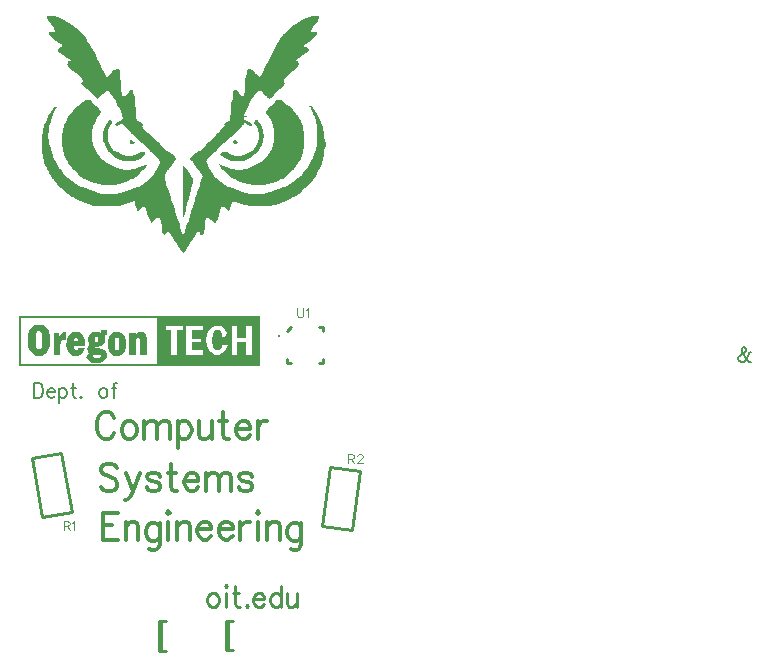
<source format=gbr>
G04 DipTrace 3.3.1.2*
G04 TopSilk.gbr*
%MOIN*%
G04 #@! TF.FileFunction,Legend,Top*
G04 #@! TF.Part,Single*
%ADD10C,0.009843*%
%ADD12C,0.003*%
%ADD26C,0.011783*%
%ADD63C,0.004632*%
%ADD64C,0.00772*%
%ADD66C,0.010807*%
%ADD68C,0.013895*%
%FSLAX26Y26*%
G04*
G70*
G90*
G75*
G01*
G04 TopSilk*
%LPD*%
X902991Y419992D2*
D10*
Y518425D1*
X895542Y419992D2*
Y518425D1*
Y419992D2*
X919101D1*
X895542Y518425D2*
X919101D1*
X1126869Y420798D2*
Y519231D1*
X1119420Y420798D2*
Y519231D1*
Y420798D2*
X1142979D1*
X1119420Y519231D2*
X1142979D1*
X755888Y2173707D2*
G02X838120Y2172573I40474J-47136D01*
G01*
X755888Y2077707D2*
G03X838120Y2078841I40474J47136D01*
G01*
X1119146Y2173707D2*
G02X1201377Y2172573I40474J-47136D01*
G01*
X1119146Y2077707D2*
G03X1201377Y2078841I40474J47136D01*
G01*
X570093Y1079454D2*
X605188Y882926D1*
X506741Y865365D2*
X605188Y882926D1*
X471646Y1061893D2*
X506741Y865365D1*
X471646Y1061893D2*
X570093Y1079454D1*
X1565060Y1019990D2*
X1538304Y822144D1*
X1439207Y835517D2*
X1538304Y822144D1*
X1465964Y1033362D2*
X1439207Y835517D1*
X1465964Y1033362D2*
X1565060Y1019990D1*
X1430355Y1498419D2*
X1442190D1*
Y1486616D1*
X1430355Y1380324D2*
X1442190D1*
Y1392127D2*
Y1380324D1*
X1324050D2*
X1335833D1*
X1324050Y1392127D2*
Y1380324D1*
D26*
X1294507Y1468895D3*
X1335833Y1498419D2*
D10*
X1324050Y1486616D1*
X521071Y2533971D2*
D12*
X545071D1*
X1406071D2*
X1427071D1*
X522211Y2530971D2*
X554843D1*
X1395835D2*
X1426493D1*
X523500Y2527971D2*
X563260D1*
X1386675D2*
X1425365D1*
X524916Y2524971D2*
X570041D1*
X1379128D2*
X1423857D1*
X526585Y2521971D2*
X575667D1*
X1373071D2*
X1422445D1*
X528829Y2518971D2*
X581136D1*
X1367611D2*
X1421132D1*
X531762Y2515971D2*
X586961D1*
X1362089D2*
X1419403D1*
X534795Y2512971D2*
X592841D1*
X1356484D2*
X1416865D1*
X537343Y2509971D2*
X598275D1*
X1351120D2*
X1413680D1*
X539409Y2506971D2*
X602713D1*
X1346480D2*
X1410583D1*
X541259Y2503971D2*
X606138D1*
X1342667D2*
X1408235D1*
X543139Y2500971D2*
X609353D1*
X1339238D2*
X1406484D1*
X545006Y2497971D2*
X613156D1*
X1335645D2*
X1404776D1*
X546464Y2494971D2*
X617556D1*
X1331970D2*
X1403028D1*
X547332Y2491971D2*
X622123D1*
X1328411D2*
X1401632D1*
X547763Y2488971D2*
X626496D1*
X1324883D2*
X1400790D1*
X547958Y2485971D2*
X630261D1*
X1321430D2*
X1400349D1*
X530071Y2482971D2*
X633134D1*
X1318331D2*
X1418071D1*
X530094Y2479971D2*
X635343D1*
X1315570D2*
X1418970D1*
X530317Y2476971D2*
X637361D1*
X1312913D2*
X1419689D1*
X530844Y2473971D2*
X639746D1*
X1310433D2*
X1419052D1*
X533149Y2470971D2*
X642721D1*
X1308131D2*
X1416645D1*
X536251Y2467971D2*
X645680D1*
X1305667D2*
X1413556D1*
X539662Y2464971D2*
X647946D1*
X1302973D2*
X1410297D1*
X542994Y2461971D2*
X649572D1*
X1300587D2*
X1407092D1*
X546581Y2458971D2*
X651002D1*
X1298692D2*
X1403414D1*
X551005Y2455971D2*
X652515D1*
X1296865D2*
X1398954D1*
X556154Y2452971D2*
X654240D1*
X1294954D2*
X1394185D1*
X561461Y2449971D2*
X656068D1*
X1293150D2*
X1389816D1*
X566131Y2446971D2*
X657712D1*
X1291557D2*
X1386210D1*
X569572Y2443971D2*
X659347D1*
X1290154D2*
X1383105D1*
X571884Y2440971D2*
X661317D1*
X1288668D2*
X1379944D1*
X573281Y2437971D2*
X663437D1*
X1286773D2*
X1376539D1*
X574164Y2434971D2*
X665395D1*
X1284685D2*
X1373071D1*
X568070Y2431971D2*
X667236D1*
X1282752D2*
X1380968D1*
X563016Y2428971D2*
X669125D1*
X1281020D2*
X1387862D1*
X559310Y2425971D2*
X671023D1*
X1279503D2*
X1394071D1*
X558306Y2422971D2*
X672696D1*
X1278242D2*
X1392096D1*
X559019Y2419971D2*
X674341D1*
X1277156D2*
X1389966D1*
X561938Y2416971D2*
X676315D1*
X1275986D2*
X1387312D1*
X565980Y2413971D2*
X678424D1*
X1274682D2*
X1383747D1*
X570595Y2410971D2*
X680265D1*
X1273355D2*
X1379154D1*
X575098Y2407971D2*
X681631D1*
X1272073D2*
X1374217D1*
X579458Y2404971D2*
X682525D1*
X1270638D2*
X1369653D1*
X584103Y2401971D2*
X683306D1*
X1268762D2*
X1365237D1*
X589250Y2398971D2*
X684299D1*
X1266681D2*
X1360649D1*
X594504Y2395971D2*
X685530D1*
X1264750D2*
X1356138D1*
X599040Y2392971D2*
X686903D1*
X1263020D2*
X1352151D1*
X602620Y2389971D2*
X688341D1*
X1261503D2*
X1348762D1*
X604005Y2386971D2*
X689737D1*
X1260242D2*
X1347256D1*
X593071Y2383971D2*
X691049D1*
X1259145D2*
X1355071D1*
X592057Y2380971D2*
X692496D1*
X1257869D2*
X1356996D1*
X591281Y2377971D2*
X694377D1*
X1256171D2*
X1358717D1*
X590889Y2374971D2*
X696448D1*
X1254043D2*
X1358691D1*
X591953Y2371971D2*
X698286D1*
X1251821D2*
X1357025D1*
X593589Y2368971D2*
X699740D1*
X1249921D2*
X1354966D1*
X595724Y2365971D2*
X700920D1*
X1248528D2*
X1352600D1*
X598456Y2362971D2*
X702130D1*
X1247623D2*
X1349770D1*
X601729Y2359971D2*
X703474D1*
X752071D2*
X758071D1*
X1193071D2*
X1199071D1*
X1246838D2*
X1346570D1*
X605428Y2356971D2*
X704994D1*
X748045D2*
X760841D1*
X1191686D2*
X1202992D1*
X1245844D2*
X1343317D1*
X609656Y2353971D2*
X706832D1*
X744164D2*
X762892D1*
X1190824D2*
X1206098D1*
X1244624D2*
X1339973D1*
X614108Y2350971D2*
X708940D1*
X740689D2*
X763518D1*
X1190365D2*
X1208664D1*
X1243345D2*
X1336241D1*
X618073Y2347971D2*
X710918D1*
X737672D2*
X763843D1*
X1189961D2*
X1211067D1*
X1242159D2*
X1332154D1*
X621379Y2344971D2*
X712498D1*
X734874D2*
X763984D1*
X1189118D2*
X1213646D1*
X1240892D2*
X1328310D1*
X624785Y2341971D2*
X713859D1*
X731853D2*
X764040D1*
X1187651D2*
X1216978D1*
X1239280D2*
X1324923D1*
X628868Y2338971D2*
X715041D1*
X728507D2*
X764060D1*
X1186102D2*
X1221285D1*
X1235889D2*
X1321505D1*
X633085Y2335971D2*
X716071D1*
X725071D2*
X764067D1*
X1185052D2*
X1226071D1*
X1232071D2*
X1317822D1*
X636544Y2332971D2*
X764070D1*
X1184494D2*
X1314192D1*
X638945Y2329971D2*
X764070D1*
X1184239D2*
X1311180D1*
X640566Y2326971D2*
X764082D1*
X1184134D2*
X1308784D1*
X641745Y2323971D2*
X764188D1*
X1184093D2*
X1308028D1*
X642587Y2320971D2*
X764570D1*
X1184079D2*
X1307730D1*
X641684Y2317971D2*
X765289D1*
X1184073D2*
X1308964D1*
X638635Y2314971D2*
X766058D1*
X1184072D2*
X1310853D1*
X635071Y2311971D2*
X766581D1*
X1184071D2*
X1313071D1*
X638747Y2308971D2*
X766859D1*
X1184071D2*
X1310534D1*
X642281Y2305971D2*
X766987D1*
X1184071D2*
X1308267D1*
X645792Y2302971D2*
X767039D1*
X1184059D2*
X1305938D1*
X649330Y2299971D2*
X767060D1*
X1183954D2*
X1303081D1*
X652718Y2296971D2*
X767067D1*
X1183571D2*
X1299641D1*
X656017Y2293971D2*
X767070D1*
X1182853D2*
X1296011D1*
X659389Y2290971D2*
X767082D1*
X803071D2*
D3*
X1148071D2*
D3*
X1182084D2*
X1292634D1*
X662765Y2287971D2*
X767188D1*
X800061D2*
X806071D1*
X1145660D2*
X1154071D1*
X1181560D2*
X1289653D1*
X665831Y2284971D2*
X714922D1*
X728821D2*
X767570D1*
X797452D2*
X806094D1*
X1143906D2*
X1156045D1*
X1181271D2*
X1221969D1*
X1238821D2*
X1286870D1*
X668603Y2281971D2*
X711431D1*
X731038D2*
X768289D1*
X794641D2*
X806305D1*
X1142901D2*
X1158152D1*
X1181029D2*
X1219039D1*
X1241049D2*
X1283870D1*
X671465Y2278971D2*
X706979D1*
X733855D2*
X769066D1*
X791493D2*
X806797D1*
X1142414D2*
X1160581D1*
X1180513D2*
X1215797D1*
X1243984D2*
X1280605D1*
X674686Y2275971D2*
X702358D1*
X736790D2*
X769635D1*
X788276D2*
X808439D1*
X1142203D2*
X1163272D1*
X1179466D2*
X1212945D1*
X1247407D2*
X1277365D1*
X678224Y2272971D2*
X698252D1*
X739385D2*
X770071D1*
X785071D2*
X810028D1*
X1142119D2*
X1166071D1*
X1178071D2*
X1210479D1*
X1251091D2*
X1274305D1*
X681577Y2269971D2*
X695136D1*
X741423D2*
X811087D1*
X1142088D2*
X1208307D1*
X1254520D2*
X1271500D1*
X684346Y2266971D2*
X692929D1*
X743233D2*
X811647D1*
X1142077D2*
X1206518D1*
X1257324D2*
X1268747D1*
X686742Y2263971D2*
X691012D1*
X745275D2*
X811902D1*
X1142049D2*
X1204826D1*
X1259734D2*
X1265601D1*
X689071Y2260971D2*
D3*
X747422D2*
X812008D1*
X1141837D2*
X1202836D1*
X1262071D2*
D3*
X749378Y2257971D2*
X812048D1*
X1141344D2*
X1200709D1*
X1292071D2*
D3*
X653071Y2254971D2*
X665071D1*
X751118D2*
X812063D1*
X1139703D2*
X1198760D1*
X1288057D2*
X1301071D1*
X646940Y2251971D2*
X667968D1*
X752637D2*
X812068D1*
X1138114D2*
X1197023D1*
X1284270D2*
X1305006D1*
X641752Y2248971D2*
X670689D1*
X753899D2*
X812070D1*
X1137054D2*
X1195504D1*
X1281083D2*
X1308725D1*
X637440Y2245971D2*
X673353D1*
X754985D2*
X812071D1*
X1136495D2*
X1194243D1*
X1278496D2*
X1312339D1*
X633579Y2242971D2*
X676302D1*
X756155D2*
X812071D1*
X1136239D2*
X1193156D1*
X1276027D2*
X1316313D1*
X629886Y2239971D2*
X679548D1*
X757483D2*
X812071D1*
X1136134D2*
X1191986D1*
X1273114D2*
X1320566D1*
X626360Y2236971D2*
X682781D1*
X758997D2*
X812071D1*
X1136093D2*
X1190682D1*
X1269665D2*
X1324759D1*
X1397071D2*
X1400071D1*
X622858Y2233971D2*
X685838D1*
X760833D2*
X812083D1*
X1136079D2*
X1189355D1*
X1266121D2*
X1328822D1*
X1399134D2*
X1402945D1*
X545071Y2230971D2*
X551071D1*
X619420D2*
X688636D1*
X762941D2*
X812188D1*
X1136073D2*
X1188073D1*
X1263018D2*
X1332418D1*
X1401025D2*
X1405467D1*
X543211Y2227971D2*
X548187D1*
X616327D2*
X691320D1*
X764918D2*
X812570D1*
X1136072D2*
X1186650D1*
X1260384D2*
X1335298D1*
X1402556D2*
X1407459D1*
X541476Y2224971D2*
X546068D1*
X613557D2*
X694154D1*
X766495D2*
X813289D1*
X1136071D2*
X1184867D1*
X1257768D2*
X1337736D1*
X1403968D2*
X1409248D1*
X539670Y2221971D2*
X544371D1*
X610808D2*
X696776D1*
X767842D2*
X814058D1*
X1136071D2*
X1183075D1*
X1255045D2*
X1339982D1*
X1405396D2*
X1411292D1*
X537457Y2218971D2*
X542833D1*
X608050D2*
X698803D1*
X768994D2*
X814581D1*
X1136059D2*
X1181574D1*
X1252799D2*
X1342148D1*
X1406852D2*
X1413529D1*
X534788Y2215971D2*
X541434D1*
X605413D2*
X699192D1*
X770013D2*
X814859D1*
X1135954D2*
X1180171D1*
X1251110D2*
X1344644D1*
X1408323D2*
X1415761D1*
X532187Y2212971D2*
X540316D1*
X602886D2*
X696666D1*
X771054D2*
X814987D1*
X1135571D2*
X1178757D1*
X1253114D2*
X1347677D1*
X1409707D2*
X1417848D1*
X530069Y2209971D2*
X539538D1*
X600344D2*
X694437D1*
X771977D2*
X815039D1*
X1134853D2*
X1177407D1*
X1255454D2*
X1350663D1*
X1410836D2*
X1419512D1*
X528486Y2206971D2*
X538818D1*
X597927D2*
X692628D1*
X772664D2*
X815071D1*
X1134084D2*
X1176318D1*
X1257627D2*
X1352951D1*
X1411719D2*
X1420816D1*
X527253Y2203971D2*
X537938D1*
X595847D2*
X690840D1*
X773335D2*
X815184D1*
X1133560D2*
X1175652D1*
X1259533D2*
X1354675D1*
X1412823D2*
X1422087D1*
X526023Y2200971D2*
X537002D1*
X594043D2*
X688945D1*
X774083D2*
X815569D1*
X1133271D2*
X1175316D1*
X1261418D2*
X1356395D1*
X1414410D2*
X1423457D1*
X524695Y2197971D2*
X536074D1*
X592410D2*
X687147D1*
X774526D2*
X816288D1*
X1133038D2*
X1175167D1*
X1263653D2*
X1358350D1*
X1416009D2*
X1424988D1*
X523383Y2194971D2*
X535069D1*
X590864D2*
X685568D1*
X774352D2*
X817070D1*
X1132603D2*
X1175107D1*
X1266229D2*
X1360509D1*
X1417091D2*
X1426830D1*
X522286Y2191971D2*
X534169D1*
X589428D2*
X684271D1*
X773868D2*
X817722D1*
X1131852D2*
X1175083D1*
X1268465D2*
X1362785D1*
X1417761D2*
X1428928D1*
X521415Y2188971D2*
X533569D1*
X588101D2*
X683156D1*
X728071D2*
X734071D1*
X773475D2*
X818605D1*
X1130959D2*
X1175075D1*
X1217071D2*
X1223071D1*
X1269960D2*
X1364755D1*
X1418401D2*
X1430812D1*
X520316Y2185971D2*
X533059D1*
X586648D2*
X681874D1*
X726467D2*
X734982D1*
X773262D2*
X819945D1*
X1129922D2*
X1175072D1*
X1215467D2*
X1224234D1*
X1271062D2*
X1366091D1*
X1419225D2*
X1432113D1*
X518719Y2182971D2*
X532160D1*
X584765D2*
X680184D1*
X724446D2*
X735736D1*
X773284D2*
X822880D1*
X1128319D2*
X1175060D1*
X1213394D2*
X1225723D1*
X1272202D2*
X1367104D1*
X1420047D2*
X1433112D1*
X517015Y2179971D2*
X530668D1*
X582694D2*
X678149D1*
X722370D2*
X735264D1*
X773544D2*
X825868D1*
X1125822D2*
X1174930D1*
X1211071D2*
X1227775D1*
X1273482D2*
X1368117D1*
X1420691D2*
X1434120D1*
X515563Y2176971D2*
X529108D1*
X580868D2*
X676204D1*
X720676D2*
X734147D1*
X775340D2*
X828474D1*
X1122552D2*
X1174614D1*
X1214409D2*
X1230275D1*
X1274772D2*
X1369107D1*
X1421356D2*
X1435108D1*
X514280Y2173971D2*
X528054D1*
X579519D2*
X674639D1*
X719359D2*
X732261D1*
X777990D2*
X830801D1*
X1119079D2*
X1172911D1*
X1217662D2*
X1232481D1*
X1275837D2*
X1370057D1*
X1422204D2*
X1436057D1*
X513242Y2170971D2*
X527495D1*
X578721D2*
X673309D1*
X718157D2*
X729828D1*
X780899D2*
X833005D1*
X1116004D2*
X1170536D1*
X1220326D2*
X1233965D1*
X1276506D2*
X1371069D1*
X1423026D2*
X1437069D1*
X512507Y2167971D2*
X527240D1*
X578230D2*
X672264D1*
X716976D2*
X727647D1*
X783507D2*
X835155D1*
X1113367D2*
X1167962D1*
X1222246D2*
X1235052D1*
X1276944D2*
X1371971D1*
X1423570D2*
X1437971D1*
X511805Y2164971D2*
X527122D1*
X577678D2*
X671616D1*
X715608D2*
X726172D1*
X786038D2*
X837658D1*
X1110637D2*
X1165416D1*
X1223733D2*
X1236085D1*
X1277475D2*
X1372561D1*
X1423856D2*
X1438561D1*
X510945Y2161971D2*
X526976D1*
X576892D2*
X671189D1*
X713863D2*
X725088D1*
X788993D2*
X840807D1*
X1107393D2*
X1162733D1*
X1224853D2*
X1236994D1*
X1278253D2*
X1372965D1*
X1423985D2*
X1438965D1*
X510118Y2158971D2*
X526579D1*
X576098D2*
X670664D1*
X712186D2*
X724056D1*
X792463D2*
X844268D1*
X1103895D2*
X1159821D1*
X1225618D2*
X1237672D1*
X1279045D2*
X1373482D1*
X1424039D2*
X1439482D1*
X509573Y2155971D2*
X525855D1*
X575565D2*
X669887D1*
X711083D2*
X723159D1*
X796016D2*
X847563D1*
X1100597D2*
X1156630D1*
X1226331D2*
X1238350D1*
X1279577D2*
X1374256D1*
X1424059D2*
X1440256D1*
X509275Y2152971D2*
X525085D1*
X575272D2*
X669096D1*
X710505D2*
X722587D1*
X799110D2*
X850510D1*
X1097740D2*
X1153330D1*
X1227195D2*
X1239202D1*
X1279858D2*
X1375046D1*
X1424067D2*
X1441046D1*
X509039Y2149971D2*
X524561D1*
X575038D2*
X668565D1*
X710243D2*
X722291D1*
X801663D2*
X853280D1*
X1095257D2*
X1150294D1*
X1228023D2*
X1240026D1*
X1279986D2*
X1375577D1*
X1424070D2*
X1441577D1*
X508603Y2146971D2*
X524282D1*
X574603D2*
X668284D1*
X710135D2*
X722158D1*
X804120D2*
X856274D1*
X1092704D2*
X1147533D1*
X1228569D2*
X1240570D1*
X1280039D2*
X1375858D1*
X1424070D2*
X1441858D1*
X507864Y2143971D2*
X524155D1*
X573864D2*
X668155D1*
X710094D2*
X722103D1*
X807030D2*
X859538D1*
X1089873D2*
X1144675D1*
X1228855D2*
X1240856D1*
X1280060D2*
X1375986D1*
X1424071D2*
X1441986D1*
X507088Y2140971D2*
X524102D1*
X573088D2*
X668103D1*
X710079D2*
X722082D1*
X810489D2*
X862801D1*
X1087094D2*
X1141432D1*
X1228985D2*
X1240985D1*
X1280067D2*
X1376039D1*
X1424071D2*
X1442039D1*
X506562Y2137971D2*
X524082D1*
X572562D2*
X668082D1*
X710073D2*
X722075D1*
X814127D2*
X866048D1*
X1084476D2*
X1137695D1*
X1229039D2*
X1241039D1*
X1280070D2*
X1376060D1*
X1424071D2*
X1442060D1*
X506283Y2134971D2*
X524075D1*
X572283D2*
X668086D1*
X710072D2*
X722072D1*
X817506D2*
X869400D1*
X1081867D2*
X1133693D1*
X1229048D2*
X1241059D1*
X1280070D2*
X1376067D1*
X1424071D2*
X1442090D1*
X506155Y2131971D2*
X524084D1*
X572155D2*
X668189D1*
X710071D2*
X722071D1*
X820488D2*
X872769D1*
X1079315D2*
X1129928D1*
X1228950D2*
X1241055D1*
X1280071D2*
X1376070D1*
X1424071D2*
X1442304D1*
X506102Y2128971D2*
X524188D1*
X572102D2*
X668571D1*
X710071D2*
X722083D1*
X823272D2*
X875833D1*
X1076733D2*
X1126776D1*
X1228570D2*
X1240952D1*
X1280071D2*
X1376070D1*
X1424071D2*
X1442797D1*
X506082Y2125971D2*
X524571D1*
X572082D2*
X669289D1*
X710094D2*
X722188D1*
X826271D2*
X878603D1*
X1073819D2*
X1123850D1*
X1227852D2*
X1240571D1*
X1280059D2*
X1376071D1*
X1424071D2*
X1444439D1*
X506075Y2122971D2*
X525289D1*
X572075D2*
X670058D1*
X710305D2*
X722570D1*
X800071D2*
X803071D1*
X829537D2*
X881465D1*
X1070575D2*
X1120375D1*
X1145071D2*
X1148071D1*
X1227072D2*
X1239853D1*
X1279954D2*
X1376071D1*
X1424071D2*
X1446028D1*
X506072Y2119971D2*
X526058D1*
X572072D2*
X670593D1*
X710797D2*
X723312D1*
X798809D2*
X806572D1*
X832801D2*
X884697D1*
X1067229D2*
X1116479D1*
X1143809D2*
X1151744D1*
X1226443D2*
X1239072D1*
X1279571D2*
X1376071D1*
X1424059D2*
X1447087D1*
X506071Y2116971D2*
X526581D1*
X572071D2*
X670977D1*
X712439D2*
X724292D1*
X798058D2*
X809539D1*
X836048D2*
X888330D1*
X1063709D2*
X1112684D1*
X1143058D2*
X1154525D1*
X1225783D2*
X1238443D1*
X1278853D2*
X1376071D1*
X1423954D2*
X1447647D1*
X506071Y2113971D2*
X526859D1*
X572083D2*
X671486D1*
X714040D2*
X725580D1*
X798890D2*
X812071D1*
X839400D2*
X891961D1*
X1060022D2*
X1109008D1*
X1143890D2*
X1154838D1*
X1224914D2*
X1237783D1*
X1278072D2*
X1376071D1*
X1423571D2*
X1447902D1*
X506071Y2110971D2*
X527010D1*
X572188D2*
X672257D1*
X715205D2*
X727307D1*
X800071D2*
X806071D1*
X842769D2*
X895077D1*
X1056603D2*
X1105482D1*
X1145071D2*
X1154071D1*
X1223881D2*
X1236914D1*
X1277443D2*
X1376071D1*
X1422853D2*
X1448008D1*
X506071Y2107971D2*
X527274D1*
X572570D2*
X673070D1*
X716158D2*
X729090D1*
X845833D2*
X897527D1*
X1053786D2*
X1102351D1*
X1222561D2*
X1235881D1*
X1276783D2*
X1376071D1*
X1422084D2*
X1448048D1*
X506071Y2104971D2*
X528059D1*
X573289D2*
X673812D1*
X717238D2*
X730677D1*
X848603D2*
X899524D1*
X1051260D2*
X1099565D1*
X1220721D2*
X1234561D1*
X1275925D2*
X1376059D1*
X1421549D2*
X1448040D1*
X506071Y2101971D2*
X529503D1*
X574058D2*
X674869D1*
X718506D2*
X732366D1*
X851465D2*
X901546D1*
X1048549D2*
X1096787D1*
X1218553D2*
X1232721D1*
X1274998D2*
X1375954D1*
X1421165D2*
X1447834D1*
X506071Y2098971D2*
X531044D1*
X574581D2*
X676540D1*
X719894D2*
X734221D1*
X854686D2*
X904271D1*
X1045403D2*
X1093840D1*
X1216247D2*
X1230565D1*
X1274072D2*
X1375571D1*
X1420655D2*
X1447344D1*
X506071Y2095971D2*
X532103D1*
X574871D2*
X678513D1*
X721350D2*
X736027D1*
X858224D2*
X907960D1*
X1041897D2*
X1090637D1*
X1213777D2*
X1228364D1*
X1273045D2*
X1374853D1*
X1419884D2*
X1445703D1*
X506071Y2092971D2*
X532765D1*
X575104D2*
X680310D1*
X722853D2*
X737823D1*
X861579D2*
X911799D1*
X1038532D2*
X1087332D1*
X1211281D2*
X1226288D1*
X1271935D2*
X1374084D1*
X1419095D2*
X1444113D1*
X506071Y2089971D2*
X533402D1*
X575539D2*
X681749D1*
X724560D2*
X740000D1*
X864371D2*
X915098D1*
X1035534D2*
X1084294D1*
X1208709D2*
X1224605D1*
X1270582D2*
X1373549D1*
X1418541D2*
X1443054D1*
X506083Y2086971D2*
X534238D1*
X576278D2*
X682923D1*
X726832D2*
X743050D1*
X866887D2*
X918313D1*
X1032255D2*
X1081533D1*
X1205697D2*
X1223091D1*
X1268729D2*
X1373165D1*
X1418049D2*
X1442495D1*
X506188Y2083971D2*
X535153D1*
X577066D2*
X684143D1*
X729876D2*
X747101D1*
X869594D2*
X922146D1*
X1028111D2*
X1078675D1*
X1109071D2*
D3*
X1202050D2*
X1221032D1*
X1266568D2*
X1372655D1*
X1417156D2*
X1442239D1*
X506570Y2080971D2*
X536073D1*
X577697D2*
X685591D1*
X733317D2*
X751941D1*
X842071D2*
X845071D1*
X872751D2*
X926663D1*
X1023405D2*
X1075444D1*
X1105227D2*
X1112071D1*
X1197741D2*
X1218014D1*
X1264354D2*
X1371873D1*
X1415655D2*
X1442134D1*
X507289Y2077971D2*
X537075D1*
X578359D2*
X687494D1*
X736784D2*
X757531D1*
X834893D2*
X846190D1*
X876350D2*
X931619D1*
X1018654D2*
X1071812D1*
X1102352D2*
X1117712D1*
X1192327D2*
X1214180D1*
X1262183D2*
X1370978D1*
X1413991D2*
X1442093D1*
X508058Y2074971D2*
X537985D1*
X579228D2*
X690050D1*
X740289D2*
X763637D1*
X826423D2*
X845603D1*
X879969D2*
X936713D1*
X1014085D2*
X1068181D1*
X1100071D2*
X1123748D1*
X1185105D2*
X1209832D1*
X1260223D2*
X1370065D1*
X1412554D2*
X1442067D1*
X508593Y2071971D2*
X538667D1*
X580261D2*
X692927D1*
X743847D2*
X769856D1*
X816570D2*
X843204D1*
X883103D2*
X941247D1*
X1009876D2*
X1065041D1*
X1105515D2*
X1129904D1*
X1176022D2*
X1205405D1*
X1258372D2*
X1369066D1*
X1411265D2*
X1441956D1*
X508977Y2068971D2*
X539359D1*
X581569D2*
X695440D1*
X747476D2*
X840203D1*
X885762D2*
X944621D1*
X1006002D2*
X1062392D1*
X1110113D2*
X1201208D1*
X1256274D2*
X1368145D1*
X1410135D2*
X1441572D1*
X509486Y2065971D2*
X540318D1*
X583303D2*
X697413D1*
X751808D2*
X836153D1*
X888488D2*
X947224D1*
X1002129D2*
X1059759D1*
X1114925D2*
X1196687D1*
X1253620D2*
X1367358D1*
X1409112D2*
X1440853D1*
X510257Y2062971D2*
X541548D1*
X585089D2*
X699398D1*
X757943D2*
X830133D1*
X891618D2*
X948379D1*
X998071D2*
X1056896D1*
X1120977D2*
X1190878D1*
X1250507D2*
X1366283D1*
X1407970D2*
X1440072D1*
X511047Y2059971D2*
X543022D1*
X586676D2*
X701915D1*
X766348D2*
X821772D1*
X894630D2*
X947779D1*
X1000148D2*
X1054121D1*
X1128249D2*
X1183441D1*
X1247328D2*
X1364606D1*
X1406676D2*
X1439443D1*
X511589Y2056971D2*
X544842D1*
X588354D2*
X705218D1*
X776071D2*
X812071D1*
X897161D2*
X946599D1*
X1002534D2*
X1051571D1*
X1136071D2*
X1175071D1*
X1244280D2*
X1362618D1*
X1405353D2*
X1438783D1*
X511975Y2053971D2*
X546944D1*
X590116D2*
X709112D1*
X898131D2*
X945330D1*
X1005290D2*
X1049071D1*
X1241385D2*
X1360726D1*
X1404073D2*
X1437937D1*
X512486Y2050971D2*
X548919D1*
X591621D2*
X712890D1*
X898558D2*
X944000D1*
X1007942D2*
X1050479D1*
X1238285D2*
X1358999D1*
X1402638D2*
X1437103D1*
X513281Y2047971D2*
X550507D1*
X592870D2*
X716364D1*
X898416D2*
X942124D1*
X1010181D2*
X1051552D1*
X1234383D2*
X1357371D1*
X1400762D2*
X1436455D1*
X514281Y2044971D2*
X551960D1*
X594232D2*
X720294D1*
X897772D2*
X939630D1*
X1012152D2*
X1052752D1*
X1229470D2*
X1355625D1*
X1398681D2*
X1435763D1*
X515588Y2041971D2*
X553494D1*
X596068D2*
X725426D1*
X896829D2*
X936999D1*
X1014105D2*
X1054394D1*
X1097071D2*
D3*
X1223646D2*
X1353438D1*
X1396739D2*
X1434704D1*
X517411Y2038971D2*
X555232D1*
X598590D2*
X732006D1*
X848071D2*
X851071D1*
X895555D2*
X934441D1*
X1016106D2*
X1056117D1*
X1098560D2*
X1100071D1*
X1216996D2*
X1350781D1*
X1394902D2*
X1433117D1*
X519460Y2035971D2*
X557064D1*
X601548D2*
X739671D1*
X839489D2*
X849558D1*
X893832D2*
X931878D1*
X977071D2*
D3*
X1017980D2*
X1057575D1*
X1100220D2*
X1109777D1*
X1209823D2*
X1348173D1*
X1393015D2*
X1431124D1*
X521290Y2032971D2*
X558722D1*
X604336D2*
X747563D1*
X830825D2*
X847699D1*
X892063D2*
X929533D1*
X977071D2*
X980071D1*
X1019793D2*
X1058872D1*
X1101788D2*
X1118739D1*
X1202495D2*
X1345951D1*
X1391130D2*
X1429195D1*
X522741Y2029971D2*
X560452D1*
X606753D2*
X755335D1*
X822133D2*
X845472D1*
X890570D2*
X927613D1*
X977071D2*
X981593D1*
X1021864D2*
X1060017D1*
X1103489D2*
X1127004D1*
X1194749D2*
X1343975D1*
X1389540D2*
X1427636D1*
X523920Y2026971D2*
X562710D1*
X609153D2*
X763804D1*
X812929D2*
X842716D1*
X889158D2*
X925755D1*
X977071D2*
X983062D1*
X1024408D2*
X1061134D1*
X1105837D2*
X1135685D1*
X1185536D2*
X1341906D1*
X1388066D2*
X1426296D1*
X525130Y2023971D2*
X565272D1*
X612041D2*
X773071D1*
X803071D2*
X839548D1*
X887639D2*
X923354D1*
X977071D2*
X985087D1*
X1027136D2*
X1062578D1*
X1108787D2*
X1145071D1*
X1175071D2*
X1339407D1*
X1386034D2*
X1425134D1*
X526451Y2020971D2*
X567651D1*
X615482D2*
X836345D1*
X885907D2*
X920509D1*
X977071D2*
X987869D1*
X1029596D2*
X1064419D1*
X1111988D2*
X1336350D1*
X1383151D2*
X1424011D1*
X527783Y2017971D2*
X569872D1*
X619023D2*
X833298D1*
X884077D2*
X917881D1*
X977071D2*
X990740D1*
X1031863D2*
X1066545D1*
X1115371D2*
X1332878D1*
X1379913D2*
X1422589D1*
X529067Y2014971D2*
X572032D1*
X622124D2*
X830504D1*
X882419D2*
X915896D1*
X977071D2*
X992980D1*
X1034118D2*
X1068911D1*
X1118866D2*
X1329549D1*
X1377060D2*
X1420946D1*
X530503Y2011971D2*
X574165D1*
X624770D2*
X827797D1*
X880678D2*
X914446D1*
X977071D2*
X994686D1*
X1036416D2*
X1071257D1*
X1122323D2*
X1326743D1*
X1374945D2*
X1419490D1*
X532391Y2008971D2*
X576661D1*
X627515D2*
X824718D1*
X878314D2*
X913213D1*
X977071D2*
X996399D1*
X1038727D2*
X1073322D1*
X1125830D2*
X1324031D1*
X1373228D2*
X1418261D1*
X534566Y2005971D2*
X579808D1*
X630889D2*
X820968D1*
X875382D2*
X912234D1*
X977071D2*
X998351D1*
X1040891D2*
X1075232D1*
X1129568D2*
X1320653D1*
X1371084D2*
X1416906D1*
X536785Y2002971D2*
X583292D1*
X634992D2*
X816503D1*
X872378D2*
X911728D1*
X977071D2*
X1000509D1*
X1041475D2*
X1077361D1*
X1133730D2*
X1316314D1*
X1368033D2*
X1415084D1*
X538958Y1999971D2*
X586775D1*
X639867D2*
X811388D1*
X869676D2*
X911800D1*
X977071D2*
X1002786D1*
X1040293D2*
X1080113D1*
X1138571D2*
X1311301D1*
X1364186D2*
X1412668D1*
X540907Y1996971D2*
X590275D1*
X645231D2*
X806002D1*
X867424D2*
X912379D1*
X977071D2*
X1004743D1*
X1038932D2*
X1083407D1*
X1143875D2*
X1305911D1*
X1359846D2*
X1410093D1*
X542664Y1993971D2*
X593729D1*
X650346D2*
X800840D1*
X865339D2*
X913092D1*
X977071D2*
X1005974D1*
X1037872D2*
X1086651D1*
X1149156D2*
X1300408D1*
X1355534D2*
X1408023D1*
X544473Y1990971D2*
X596930D1*
X655297D2*
X795931D1*
X862806D2*
X913605D1*
X977071D2*
X1006605D1*
X1036972D2*
X1089421D1*
X1154270D2*
X1295083D1*
X1351849D2*
X1406376D1*
X546687Y1987971D2*
X600107D1*
X661259D2*
X790414D1*
X859401D2*
X913981D1*
X977071D2*
X1006864D1*
X1036002D2*
X1092119D1*
X1159966D2*
X1289184D1*
X1348656D2*
X1404499D1*
X549366Y1984971D2*
X603798D1*
X669300D2*
X783091D1*
X855395D2*
X914488D1*
X977071D2*
X1006768D1*
X1035027D2*
X1095491D1*
X1167602D2*
X1281332D1*
X1345258D2*
X1401889D1*
X552072Y1981971D2*
X608171D1*
X680259D2*
X773040D1*
X851202D2*
X915258D1*
X977071D2*
X1006332D1*
X1034083D2*
X1099794D1*
X1178208D2*
X1270884D1*
X1341155D2*
X1398576D1*
X554573Y1978971D2*
X612976D1*
X694352D2*
X760231D1*
X846786D2*
X916059D1*
X977071D2*
X1004698D1*
X1033072D2*
X1104524D1*
X1192164D2*
X1258075D1*
X1336420D2*
X1395088D1*
X556897Y1975971D2*
X617601D1*
X710071D2*
X746071D1*
X842357D2*
X916695D1*
X977071D2*
X1003111D1*
X1032170D2*
X1109072D1*
X1208071D2*
X1244071D1*
X1331593D2*
X1392018D1*
X559110Y1972971D2*
X621937D1*
X838096D2*
X917358D1*
X977071D2*
X1002042D1*
X1031581D2*
X1113461D1*
X1326880D2*
X1389474D1*
X561640Y1969971D2*
X626825D1*
X833420D2*
X918228D1*
X977071D2*
X1001377D1*
X1031177D2*
X1118229D1*
X1321870D2*
X1387020D1*
X564800Y1966971D2*
X632831D1*
X827703D2*
X919261D1*
X977071D2*
X1000740D1*
X1030659D2*
X1123912D1*
X1316328D2*
X1384112D1*
X568301Y1963971D2*
X639940D1*
X820994D2*
X920569D1*
X977071D2*
X999916D1*
X1029862D2*
X1130725D1*
X1310093D2*
X1380652D1*
X571891Y1960971D2*
X648085D1*
X813341D2*
X922292D1*
X977071D2*
X999106D1*
X1028861D2*
X1138594D1*
X1302453D2*
X1377015D1*
X575774Y1957971D2*
X657062D1*
X804713D2*
X923972D1*
X977071D2*
X998556D1*
X1027565D2*
X1147022D1*
X1293392D2*
X1373636D1*
X579935Y1954971D2*
X666264D1*
X795593D2*
X925177D1*
X977071D2*
X998168D1*
X1025848D2*
X1155304D1*
X1284049D2*
X1370654D1*
X583823Y1951971D2*
X675064D1*
X786387D2*
X926136D1*
X977071D2*
X997656D1*
X1024169D2*
X1163385D1*
X1274971D2*
X1367858D1*
X587329Y1948971D2*
X683962D1*
X776321D2*
X927117D1*
X977071D2*
X996885D1*
X1022964D2*
X1172624D1*
X1265090D2*
X1364730D1*
X591145Y1945971D2*
X693751D1*
X764629D2*
X928005D1*
X977071D2*
X996083D1*
X1022005D2*
X1183836D1*
X1253530D2*
X1360871D1*
X595666Y1942971D2*
X928676D1*
X977071D2*
X995447D1*
X1021013D2*
X1356124D1*
X600554Y1939971D2*
X929351D1*
X977071D2*
X994784D1*
X1020031D2*
X1350671D1*
X605225Y1936971D2*
X930202D1*
X977071D2*
X993937D1*
X1019084D2*
X1345233D1*
X609385Y1933971D2*
X931037D1*
X977071D2*
X993115D1*
X1018072D2*
X1340317D1*
X613348Y1930971D2*
X931687D1*
X977071D2*
X992548D1*
X1017170D2*
X1335676D1*
X618132Y1927971D2*
X932355D1*
X977071D2*
X992052D1*
X1016581D2*
X1330557D1*
X624520Y1924971D2*
X933227D1*
X977071D2*
X991157D1*
X1016177D2*
X1324407D1*
X632626Y1921971D2*
X934261D1*
X977071D2*
X989667D1*
X1015659D2*
X1317187D1*
X641773Y1918971D2*
X800980D1*
X815071D2*
X935569D1*
X977071D2*
X988108D1*
X1014886D2*
X1140250D1*
X1150775D2*
X1309089D1*
X650651Y1915971D2*
X791157D1*
X815083D2*
X937292D1*
X977071D2*
X987042D1*
X1014084D2*
X1136194D1*
X1159137D2*
X1300580D1*
X658943Y1912971D2*
X782455D1*
X815188D2*
X938972D1*
X977071D2*
X986378D1*
X1013447D2*
X1134595D1*
X1168430D2*
X1291102D1*
X667658Y1909971D2*
X773572D1*
X815570D2*
X940177D1*
X977071D2*
X985740D1*
X1012784D2*
X1133711D1*
X1181784D2*
X1278045D1*
X677071Y1906971D2*
X764071D1*
X816301D2*
X941136D1*
X977071D2*
X984916D1*
X1011914D2*
X1133210D1*
X1200854D2*
X1259604D1*
X716071Y1903971D2*
X725071D1*
X817187D2*
X942128D1*
X977071D2*
X984106D1*
X1010881D2*
X1132654D1*
X1223071D2*
X1238071D1*
X818198Y1900971D2*
X943111D1*
X977071D2*
X983568D1*
X1009573D2*
X1131769D1*
X819580Y1897971D2*
X835728D1*
X850481D2*
X944058D1*
X977071D2*
X983273D1*
X1007850D2*
X1100649D1*
X1115879D2*
X1130593D1*
X821228Y1894971D2*
X832425D1*
X852248D2*
X945070D1*
X977071D2*
X983039D1*
X1006170D2*
X1098789D1*
X1119952D2*
X1129316D1*
X822744Y1891971D2*
X829550D1*
X853358D2*
X945971D1*
X977071D2*
X982603D1*
X1004965D2*
X1097402D1*
X1123727D2*
X1128127D1*
X824071Y1888971D2*
X827071D1*
X854227D2*
X946561D1*
X977071D2*
X981864D1*
X1004006D2*
X1096196D1*
X1127071D2*
D3*
X855156Y1885971D2*
X946965D1*
X977071D2*
X981076D1*
X1003025D2*
X1095204D1*
X856010Y1882971D2*
X947482D1*
X977071D2*
X980445D1*
X1002148D2*
X1094492D1*
X856564Y1879971D2*
X948256D1*
X977071D2*
X979783D1*
X1001572D2*
X1093800D1*
X856877Y1876971D2*
X949058D1*
X977071D2*
X978937D1*
X1001173D2*
X1092943D1*
X857219Y1873971D2*
X949694D1*
X977071D2*
X978107D1*
X1000658D2*
X1092117D1*
X858038Y1870971D2*
X950358D1*
X977071D2*
X977518D1*
X999873D2*
X1091561D1*
X859507Y1867971D2*
X951228D1*
X977071D2*
D3*
X998978D2*
X1091169D1*
X861170Y1864971D2*
X952261D1*
X998065D2*
X1090633D1*
X862707Y1861971D2*
X883854D1*
X898481D2*
X953569D1*
X997066D2*
X1048607D1*
X1063933D2*
X1089650D1*
X864368Y1858971D2*
X880195D1*
X900248D2*
X955292D1*
X996145D2*
X1047863D1*
X1069318D2*
X1088092D1*
X866144Y1855971D2*
X876170D1*
X901358D2*
X956972D1*
X995358D2*
X1047087D1*
X1073646D2*
X1086071D1*
X867714Y1852971D2*
X872409D1*
X902227D2*
X958177D1*
X994295D2*
X1046561D1*
X1076702D2*
X1083989D1*
X869071Y1849971D2*
D3*
X903156D2*
X959136D1*
X992711D2*
X1046282D1*
X1079071D2*
X1082071D1*
X904010Y1846971D2*
X960117D1*
X991012D2*
X1046155D1*
X904564Y1843971D2*
X960994D1*
X989562D2*
X1046102D1*
X904854Y1840971D2*
X961570D1*
X988280D2*
X1046082D1*
X904985Y1837971D2*
X961969D1*
X987242D2*
X1046075D1*
X905039Y1834971D2*
X962484D1*
X986507D2*
X1046060D1*
X905059Y1831971D2*
X963268D1*
X985805D2*
X1045954D1*
X905067Y1828971D2*
X964164D1*
X984945D2*
X1045571D1*
X905081Y1825971D2*
X965077D1*
X984106D2*
X1044853D1*
X905188Y1822971D2*
X966076D1*
X983455D2*
X1044084D1*
X905594Y1819971D2*
X966974D1*
X982785D2*
X1043549D1*
X906541Y1816971D2*
X920537D1*
X928607D2*
X967552D1*
X981911D2*
X1019649D1*
X1031194D2*
X1043156D1*
X908245Y1813971D2*
X918306D1*
X930852D2*
X967867D1*
X980963D2*
X1017777D1*
X1031660D2*
X1042565D1*
X910865Y1810971D2*
X916206D1*
X932981D2*
X968071D1*
X980071D2*
X1016285D1*
X1032686D2*
X1041485D1*
X914071Y1807971D2*
D3*
X935167D2*
X1014685D1*
X1034071D2*
X1040071D1*
X937435Y1804971D2*
X1012881D1*
X939769Y1801971D2*
X1011099D1*
X941862Y1798971D2*
X1009336D1*
X943587Y1795971D2*
X1007374D1*
X945333Y1792971D2*
X1005125D1*
X947221Y1789971D2*
X1002840D1*
X949117Y1786971D2*
X1000803D1*
X951063Y1783971D2*
X998926D1*
X952996Y1780971D2*
X997024D1*
X954684Y1777971D2*
X995121D1*
X956337Y1774971D2*
X993435D1*
X958325Y1771971D2*
X991695D1*
X960541Y1768971D2*
X989433D1*
X962776Y1765971D2*
X986882D1*
X964955Y1762971D2*
X984608D1*
X966918Y1759971D2*
X982769D1*
X968776Y1756971D2*
X981343D1*
X970928Y1753971D2*
X980117D1*
X973750Y1750971D2*
X978701D1*
X977071Y1747971D2*
D3*
X428610Y1535289D2*
X1229610D1*
X428610Y1532289D2*
X1229610D1*
X428610Y1529289D2*
X431610D1*
X890610D2*
X1229610D1*
X428610Y1526289D2*
X431610D1*
X890610D2*
X1229610D1*
X428610Y1523289D2*
X431610D1*
X890610D2*
X1229610D1*
X428610Y1520289D2*
X431610D1*
X890610D2*
X1229610D1*
X428610Y1517289D2*
X431610D1*
X890610D2*
X1229610D1*
X428610Y1514289D2*
X431610D1*
X890610D2*
X1229610D1*
X428610Y1511289D2*
X431610D1*
X890610D2*
X1229610D1*
X428610Y1508289D2*
X431610D1*
X890610D2*
X1229610D1*
X428610Y1505289D2*
X431610D1*
X479610D2*
X506610D1*
X890610D2*
X1229610D1*
X428610Y1502289D2*
X431610D1*
X475699D2*
X510995D1*
X890610D2*
X914610D1*
X977610D2*
X983610D1*
X1043610D2*
X1074200D1*
X1106610D2*
X1136610D1*
X1157610D2*
X1181610D1*
X1205610D2*
X1229610D1*
X428610Y1499289D2*
X431610D1*
X472202D2*
X514845D1*
X890610D2*
X914610D1*
X977610D2*
X983610D1*
X1043610D2*
X1069445D1*
X1109599D2*
X1136610D1*
X1157610D2*
X1181610D1*
X1205610D2*
X1229610D1*
X428610Y1496289D2*
X431610D1*
X469458D2*
X518175D1*
X890610D2*
X914610D1*
X977610D2*
X983610D1*
X1043610D2*
X1065452D1*
X1112493D2*
X1136610D1*
X1157610D2*
X1181610D1*
X1205610D2*
X1229610D1*
X428610Y1493289D2*
X431610D1*
X467328D2*
X520975D1*
X890610D2*
X914610D1*
X977610D2*
X983610D1*
X1043610D2*
X1062082D1*
X1115099D2*
X1136610D1*
X1157610D2*
X1181610D1*
X1205610D2*
X1229610D1*
X428610Y1490289D2*
X431610D1*
X465554D2*
X523217D1*
X704610D2*
X719610D1*
X890610D2*
X914610D1*
X977610D2*
X983610D1*
X1043610D2*
X1059359D1*
X1117263D2*
X1136610D1*
X1157610D2*
X1181610D1*
X1205610D2*
X1229610D1*
X428610Y1487289D2*
X431610D1*
X464035D2*
X488736D1*
X496545D2*
X524978D1*
X704059D2*
X719610D1*
X890610D2*
X932610D1*
X956610D2*
X983610D1*
X1004610D2*
X1057388D1*
X1082610D2*
X1097610D1*
X1118995D2*
X1136610D1*
X1157610D2*
X1181610D1*
X1205610D2*
X1229610D1*
X428610Y1484289D2*
X431610D1*
X462777D2*
X486238D1*
X500439D2*
X526248D1*
X703006D2*
X719610D1*
X890610D2*
X932610D1*
X956610D2*
X983610D1*
X1004610D2*
X1055961D1*
X1080200D2*
X1098750D1*
X1120253D2*
X1136610D1*
X1157610D2*
X1181610D1*
X1205610D2*
X1229610D1*
X428610Y1481289D2*
X431610D1*
X461705D2*
X484456D1*
X503167D2*
X526986D1*
X575610D2*
X581610D1*
X608610D2*
X626610D1*
X674610D2*
X695610D1*
X701610D2*
X719610D1*
X746610D2*
X761610D1*
X827610D2*
X842610D1*
X890610D2*
X932610D1*
X956610D2*
X983610D1*
X1004610D2*
X1054742D1*
X1078434D2*
X1100028D1*
X1120965D2*
X1136610D1*
X1157610D2*
X1181610D1*
X1205610D2*
X1229610D1*
X428610Y1478289D2*
X431610D1*
X460642D2*
X483444D1*
X505212D2*
X527361D1*
X545610D2*
X560610D1*
X571766D2*
X581610D1*
X604225D2*
X630983D1*
X670237D2*
X719610D1*
X740852D2*
X767368D1*
X797610D2*
X815610D1*
X821610D2*
X845484D1*
X890610D2*
X932610D1*
X956610D2*
X983610D1*
X1004610D2*
X1053746D1*
X1077323D2*
X1101316D1*
X1121098D2*
X1136610D1*
X1157610D2*
X1181610D1*
X1205610D2*
X1229610D1*
X428610Y1475289D2*
X431610D1*
X459721D2*
X482954D1*
X505931D2*
X527626D1*
X545610D2*
X560610D1*
X568891D2*
X581610D1*
X600376D2*
X634739D1*
X666493D2*
X710610D1*
X736246D2*
X771974D1*
X797610D2*
X847983D1*
X890610D2*
X932610D1*
X956610D2*
X983610D1*
X1004610D2*
X1053032D1*
X1076454D2*
X1102387D1*
X1120751D2*
X1136610D1*
X1157610D2*
X1181610D1*
X1205610D2*
X1229610D1*
X428610Y1472289D2*
X431610D1*
X459136D2*
X482743D1*
X506321D2*
X528072D1*
X545610D2*
X560610D1*
X566610D2*
X581610D1*
X597045D2*
X637781D1*
X663556D2*
X711074D1*
X732862D2*
X775358D1*
X797610D2*
X849764D1*
X890610D2*
X932610D1*
X956610D2*
X983610D1*
X1004610D2*
X1052339D1*
X1075525D2*
X1103094D1*
X1118450D2*
X1136610D1*
X1157610D2*
X1181610D1*
X1205610D2*
X1229610D1*
X428610Y1469289D2*
X431610D1*
X458834D2*
X482647D1*
X506497D2*
X528815D1*
X545610D2*
X581610D1*
X594246D2*
X640139D1*
X661252D2*
X711818D1*
X730588D2*
X777633D1*
X797610D2*
X850777D1*
X890610D2*
X932610D1*
X956610D2*
X983610D1*
X1004610D2*
X1051482D1*
X1074672D2*
X1103610D1*
X1115610D2*
X1136610D1*
X1157610D2*
X1181610D1*
X1205610D2*
X1229610D1*
X428610Y1466289D2*
X431610D1*
X458699D2*
X482501D1*
X506568D2*
X529593D1*
X545610D2*
X581610D1*
X592003D2*
X614736D1*
X619431D2*
X641949D1*
X660407D2*
X680610D1*
X692610D2*
X712594D1*
X729036D2*
X779184D1*
X797610D2*
X851266D1*
X890610D2*
X932610D1*
X956610D2*
X983610D1*
X1004610D2*
X1050656D1*
X1074117D2*
X1136610D1*
X1157610D2*
X1181610D1*
X1205610D2*
X1229610D1*
X428610Y1463289D2*
X431610D1*
X458643D2*
X482026D1*
X506595D2*
X530119D1*
X545610D2*
X581610D1*
X590242D2*
X612237D1*
X623487D2*
X643237D1*
X659950D2*
X680610D1*
X692610D2*
X713120D1*
X727769D2*
X746610D1*
X761610D2*
X780452D1*
X797610D2*
X818147D1*
X830021D2*
X851478D1*
X890610D2*
X932610D1*
X956610D2*
X983610D1*
X1034610D2*
X1050112D1*
X1073827D2*
X1136610D1*
X1205610D2*
X1229610D1*
X428610Y1460289D2*
X431610D1*
X458622D2*
X480997D1*
X506605D2*
X530398D1*
X545610D2*
X581610D1*
X588973D2*
X610445D1*
X625093D2*
X643982D1*
X659743D2*
X680610D1*
X692610D2*
X713387D1*
X726767D2*
X746610D1*
X761610D2*
X781454D1*
X797610D2*
X817403D1*
X831775D2*
X851562D1*
X890610D2*
X932610D1*
X956610D2*
X983610D1*
X1034610D2*
X1049826D1*
X1073696D2*
X1136610D1*
X1205610D2*
X1229610D1*
X428610Y1457289D2*
X431610D1*
X458614D2*
X479610D1*
X506609D2*
X530526D1*
X545610D2*
X569610D1*
X588234D2*
X609364D1*
X626011D2*
X644348D1*
X659671D2*
X680610D1*
X692610D2*
X713409D1*
X726152D2*
X746610D1*
X761610D2*
X782068D1*
X797610D2*
X816626D1*
X832780D2*
X851593D1*
X890610D2*
X932610D1*
X956610D2*
X983610D1*
X1034610D2*
X1049707D1*
X1073642D2*
X1136610D1*
X1205610D2*
X1229610D1*
X428610Y1454289D2*
X431610D1*
X458612D2*
X480995D1*
X506610D2*
X530567D1*
X545610D2*
X568121D1*
X587871D2*
X608610D1*
X626610D2*
X644508D1*
X659756D2*
X680610D1*
X692610D2*
X713067D1*
X725840D2*
X746610D1*
X761610D2*
X782381D1*
X797610D2*
X816101D1*
X833267D2*
X851604D1*
X890610D2*
X932610D1*
X956610D2*
X983610D1*
X1034610D2*
X1049759D1*
X1073622D2*
X1136610D1*
X1205610D2*
X1229610D1*
X428610Y1451289D2*
X431610D1*
X458611D2*
X481857D1*
X506610D2*
X530482D1*
X545610D2*
X566484D1*
X587712D2*
X644573D1*
X660233D2*
X680610D1*
X692610D2*
X712252D1*
X725701D2*
X746610D1*
X761610D2*
X782520D1*
X797610D2*
X815822D1*
X833478D2*
X851608D1*
X890610D2*
X932610D1*
X956610D2*
X983610D1*
X1034610D2*
X1050121D1*
X1073626D2*
X1136610D1*
X1205610D2*
X1229610D1*
X428610Y1448289D2*
X431610D1*
X458610D2*
X482293D1*
X506610D2*
X530107D1*
X545610D2*
X565139D1*
X587648D2*
X644597D1*
X661306D2*
X710967D1*
X725644D2*
X746610D1*
X761610D2*
X782577D1*
X797610D2*
X815694D1*
X833562D2*
X851610D1*
X890610D2*
X932610D1*
X956610D2*
X983610D1*
X1004610D2*
X1050832D1*
X1073729D2*
X1136610D1*
X1157610D2*
X1181610D1*
X1205610D2*
X1229610D1*
X428610Y1445289D2*
X431610D1*
X458622D2*
X482486D1*
X506599D2*
X529391D1*
X545610D2*
X564320D1*
X587623D2*
X644606D1*
X662582D2*
X709349D1*
X725622D2*
X746610D1*
X761610D2*
X782598D1*
X797610D2*
X815642D1*
X833593D2*
X851610D1*
X890610D2*
X932610D1*
X956610D2*
X983610D1*
X1004610D2*
X1051610D1*
X1074110D2*
X1136610D1*
X1157610D2*
X1181610D1*
X1205610D2*
X1229610D1*
X428610Y1442289D2*
X431610D1*
X458727D2*
X482576D1*
X506493D2*
X528623D1*
X545610D2*
X563908D1*
X587615D2*
X644609D1*
X663551D2*
X705329D1*
X725614D2*
X746610D1*
X761610D2*
X782606D1*
X797610D2*
X815621D1*
X833604D2*
X851610D1*
X890610D2*
X932610D1*
X956610D2*
X983610D1*
X1004610D2*
X1052238D1*
X1074828D2*
X1136610D1*
X1157610D2*
X1181610D1*
X1205610D2*
X1229610D1*
X428610Y1439289D2*
X431610D1*
X459110D2*
X482711D1*
X506111D2*
X528088D1*
X545610D2*
X563727D1*
X587612D2*
X644610D1*
X662469D2*
X698347D1*
X725612D2*
X746610D1*
X761610D2*
X782609D1*
X797610D2*
X815614D1*
X833608D2*
X851610D1*
X890610D2*
X932610D1*
X956610D2*
X983610D1*
X1004610D2*
X1052898D1*
X1075609D2*
X1103135D1*
X1125200D2*
X1136610D1*
X1157610D2*
X1181610D1*
X1205610D2*
X1229610D1*
X428610Y1436289D2*
X431610D1*
X459840D2*
X483106D1*
X505392D2*
X527704D1*
X545610D2*
X563653D1*
X587622D2*
X608622D1*
X660869D2*
X687554D1*
X725622D2*
X746610D1*
X761610D2*
X782598D1*
X797610D2*
X815612D1*
X833610D2*
X851610D1*
X890610D2*
X932610D1*
X956610D2*
X983610D1*
X1004610D2*
X1053756D1*
X1076250D2*
X1102274D1*
X1123434D2*
X1136610D1*
X1157610D2*
X1181610D1*
X1205610D2*
X1229610D1*
X428610Y1433289D2*
X431610D1*
X460715D2*
X483854D1*
X504615D2*
X527183D1*
X545610D2*
X563625D1*
X587728D2*
X608736D1*
X659263D2*
X674610D1*
X725728D2*
X746610D1*
X761610D2*
X782493D1*
X797610D2*
X815611D1*
X833610D2*
X851610D1*
X890610D2*
X932610D1*
X956610D2*
X983610D1*
X1004610D2*
X1054695D1*
X1077027D2*
X1100998D1*
X1122312D2*
X1136610D1*
X1157610D2*
X1181610D1*
X1205610D2*
X1229610D1*
X428610Y1430289D2*
X431610D1*
X461632D2*
X484748D1*
X504046D2*
X526307D1*
X545610D2*
X563615D1*
X588122D2*
X609200D1*
X626610D2*
X644610D1*
X658017D2*
X674610D1*
X726110D2*
X746610D1*
X761610D2*
X782111D1*
X797610D2*
X815610D1*
X833610D2*
X851610D1*
X890610D2*
X932610D1*
X956610D2*
X983610D1*
X1004610D2*
X1055726D1*
X1078361D2*
X1099263D1*
X1121337D2*
X1136610D1*
X1157610D2*
X1181610D1*
X1205610D2*
X1229610D1*
X428610Y1427289D2*
X431610D1*
X462746D2*
X485610D1*
X503610D2*
X525123D1*
X545610D2*
X563612D1*
X588945D2*
X610225D1*
X626610D2*
X644484D1*
X657371D2*
X690012D1*
X726840D2*
X746610D1*
X761610D2*
X781380D1*
X797610D2*
X815610D1*
X833610D2*
X851610D1*
X890610D2*
X932610D1*
X956610D2*
X983610D1*
X1004610D2*
X1057124D1*
X1080334D2*
X1097050D1*
X1120013D2*
X1136610D1*
X1157610D2*
X1181610D1*
X1205610D2*
X1229610D1*
X428610Y1424289D2*
X431610D1*
X464142D2*
X523757D1*
X545610D2*
X563611D1*
X590109D2*
X611610D1*
X626610D2*
X643983D1*
X657391D2*
X702132D1*
X727726D2*
X746610D1*
X761610D2*
X780494D1*
X797610D2*
X815610D1*
X833610D2*
X851610D1*
X890610D2*
X932610D1*
X956610D2*
X983610D1*
X1004610D2*
X1058859D1*
X1082610D2*
X1094610D1*
X1118325D2*
X1136610D1*
X1157610D2*
X1181610D1*
X1205610D2*
X1229610D1*
X428610Y1421289D2*
X431610D1*
X465936D2*
X522207D1*
X545610D2*
X563610D1*
X591468D2*
X642764D1*
X658060D2*
X710096D1*
X728749D2*
X779471D1*
X797610D2*
X815610D1*
X833610D2*
X851610D1*
X890610D2*
X932610D1*
X956610D2*
X983610D1*
X1043610D2*
X1060728D1*
X1116478D2*
X1136610D1*
X1157610D2*
X1181610D1*
X1205610D2*
X1229610D1*
X428610Y1418289D2*
X431610D1*
X468245D2*
X520314D1*
X545610D2*
X563610D1*
X593038D2*
X640765D1*
X659234D2*
X715583D1*
X730269D2*
X777952D1*
X797610D2*
X815610D1*
X833610D2*
X851610D1*
X890610D2*
X932610D1*
X956610D2*
X983610D1*
X1043610D2*
X1062996D1*
X1114219D2*
X1136610D1*
X1157610D2*
X1181610D1*
X1205610D2*
X1229610D1*
X428610Y1415289D2*
X431610D1*
X471118D2*
X517768D1*
X545610D2*
X563610D1*
X595135D2*
X638140D1*
X660802D2*
X717578D1*
X732612D2*
X775609D1*
X797610D2*
X815610D1*
X833610D2*
X851610D1*
X890610D2*
X932610D1*
X956610D2*
X983610D1*
X1043610D2*
X1066321D1*
X1110897D2*
X1136610D1*
X1157610D2*
X1181610D1*
X1205610D2*
X1229610D1*
X428610Y1412289D2*
X431610D1*
X474889D2*
X514183D1*
X545610D2*
X563610D1*
X598378D2*
X634888D1*
X662610D2*
X718711D1*
X736101D2*
X772119D1*
X797610D2*
X815610D1*
X833610D2*
X851610D1*
X890610D2*
X932610D1*
X956610D2*
X983610D1*
X1043610D2*
X1071049D1*
X1106171D2*
X1136610D1*
X1157610D2*
X1181610D1*
X1205610D2*
X1229610D1*
X428610Y1409289D2*
X431610D1*
X479875D2*
X509289D1*
X545610D2*
X563610D1*
X603069D2*
X630949D1*
X659377D2*
X719246D1*
X740954D2*
X767266D1*
X797610D2*
X815610D1*
X833610D2*
X851610D1*
X890610D2*
X932610D1*
X956610D2*
X983610D1*
X1043610D2*
X1076610D1*
X1100610D2*
X1136610D1*
X1157610D2*
X1181610D1*
X1205610D2*
X1229610D1*
X428610Y1406289D2*
X431610D1*
X485610D2*
X503610D1*
X608610D2*
X626610D1*
X656910D2*
X671733D1*
X701487D2*
X719460D1*
X746610D2*
X761610D1*
X890610D2*
X1229610D1*
X428610Y1403289D2*
X431610D1*
X655273D2*
X672199D1*
X701021D2*
X719443D1*
X890610D2*
X1229610D1*
X428610Y1400289D2*
X431610D1*
X654208D2*
X673225D1*
X699995D2*
X719070D1*
X890610D2*
X1229610D1*
X428610Y1397289D2*
X431610D1*
X654223D2*
X674610D1*
X698610D2*
X718140D1*
X890610D2*
X1229610D1*
X428610Y1394289D2*
X431610D1*
X655517D2*
X716458D1*
X890610D2*
X1229610D1*
X428610Y1391289D2*
X431610D1*
X657718D2*
X713656D1*
X890610D2*
X1229610D1*
X428610Y1388289D2*
X431610D1*
X661143D2*
X709226D1*
X890610D2*
X1229610D1*
X428610Y1385289D2*
X431610D1*
X665968D2*
X702961D1*
X890610D2*
X1229610D1*
X428610Y1382289D2*
X431610D1*
X671610D2*
X695610D1*
X890610D2*
X1229610D1*
X428610Y1379289D2*
X431610D1*
X890610D2*
X1229610D1*
X428610Y1376289D2*
X1229610D1*
X428610Y1373289D2*
X1229610D1*
X521071Y2533971D2*
X522211Y2530971D1*
X523500Y2527971D1*
X524916Y2524971D1*
X526585Y2521971D1*
X528829Y2518971D1*
X531762Y2515971D1*
X534795Y2512971D1*
X537343Y2509971D1*
X539409Y2506971D1*
X541259Y2503971D1*
X543139Y2500971D1*
X545006Y2497971D1*
X546464Y2494971D1*
X547332Y2491971D1*
X547763Y2488971D1*
X547958Y2485971D1*
X548071Y2482971D1*
X530071D1*
X530094Y2479971D1*
X530317Y2476971D1*
X530844Y2473971D1*
X533149Y2470971D1*
X536251Y2467971D1*
X539662Y2464971D1*
X542994Y2461971D1*
X546581Y2458971D1*
X551005Y2455971D1*
X556154Y2452971D1*
X561461Y2449971D1*
X566131Y2446971D1*
X569572Y2443971D1*
X571884Y2440971D1*
X573281Y2437971D1*
X574164Y2434971D1*
X568070Y2431971D1*
X563016Y2428971D1*
X559310Y2425971D1*
X558306Y2422971D1*
X559019Y2419971D1*
X561938Y2416971D1*
X565980Y2413971D1*
X570595Y2410971D1*
X575098Y2407971D1*
X579458Y2404971D1*
X584103Y2401971D1*
X589250Y2398971D1*
X594504Y2395971D1*
X599040Y2392971D1*
X602620Y2389971D1*
X604005Y2386971D1*
X605071Y2383971D1*
X593071D1*
X592057Y2380971D1*
X591281Y2377971D1*
X590889Y2374971D1*
X591953Y2371971D1*
X593589Y2368971D1*
X595724Y2365971D1*
X598456Y2362971D1*
X601729Y2359971D1*
X605428Y2356971D1*
X609656Y2353971D1*
X614108Y2350971D1*
X618073Y2347971D1*
X621379Y2344971D1*
X624785Y2341971D1*
X628868Y2338971D1*
X633085Y2335971D1*
X636544Y2332971D1*
X638945Y2329971D1*
X640566Y2326971D1*
X641745Y2323971D1*
X642587Y2320971D1*
X641684Y2317971D1*
X638635Y2314971D1*
X635071Y2311971D1*
X638747Y2308971D1*
X642281Y2305971D1*
X645792Y2302971D1*
X649330Y2299971D1*
X652718Y2296971D1*
X656017Y2293971D1*
X659389Y2290971D1*
X662765Y2287971D1*
X665831Y2284971D1*
X668603Y2281971D1*
X671465Y2278971D1*
X674686Y2275971D1*
X678224Y2272971D1*
X681577Y2269971D1*
X684346Y2266971D1*
X686742Y2263971D1*
X689071Y2260971D1*
X545071Y2533971D2*
X554843Y2530971D1*
X563260Y2527971D1*
X570041Y2524971D1*
X575667Y2521971D1*
X581136Y2518971D1*
X586961Y2515971D1*
X592841Y2512971D1*
X598275Y2509971D1*
X602713Y2506971D1*
X606138Y2503971D1*
X609353Y2500971D1*
X613156Y2497971D1*
X617556Y2494971D1*
X622123Y2491971D1*
X626496Y2488971D1*
X630261Y2485971D1*
X633134Y2482971D1*
X635343Y2479971D1*
X637361Y2476971D1*
X639746Y2473971D1*
X642721Y2470971D1*
X645680Y2467971D1*
X647946Y2464971D1*
X649572Y2461971D1*
X651002Y2458971D1*
X652515Y2455971D1*
X654240Y2452971D1*
X656068Y2449971D1*
X657712Y2446971D1*
X659347Y2443971D1*
X661317Y2440971D1*
X663437Y2437971D1*
X665395Y2434971D1*
X667236Y2431971D1*
X669125Y2428971D1*
X671023Y2425971D1*
X672696Y2422971D1*
X674341Y2419971D1*
X676315Y2416971D1*
X678424Y2413971D1*
X680265Y2410971D1*
X681631Y2407971D1*
X682525Y2404971D1*
X683306Y2401971D1*
X684299Y2398971D1*
X685530Y2395971D1*
X686903Y2392971D1*
X688341Y2389971D1*
X689737Y2386971D1*
X691049Y2383971D1*
X692496Y2380971D1*
X694377Y2377971D1*
X696448Y2374971D1*
X698286Y2371971D1*
X699740Y2368971D1*
X700920Y2365971D1*
X702130Y2362971D1*
X703474Y2359971D1*
X704994Y2356971D1*
X706832Y2353971D1*
X708940Y2350971D1*
X710918Y2347971D1*
X712498Y2344971D1*
X713859Y2341971D1*
X715041Y2338971D1*
X716071Y2335971D1*
X1406071Y2533971D2*
X1395835Y2530971D1*
X1386675Y2527971D1*
X1379128Y2524971D1*
X1373071Y2521971D1*
X1367611Y2518971D1*
X1362089Y2515971D1*
X1356484Y2512971D1*
X1351120Y2509971D1*
X1346480Y2506971D1*
X1342667Y2503971D1*
X1339238Y2500971D1*
X1335645Y2497971D1*
X1331970Y2494971D1*
X1328411Y2491971D1*
X1324883Y2488971D1*
X1321430Y2485971D1*
X1318331Y2482971D1*
X1315570Y2479971D1*
X1312913Y2476971D1*
X1310433Y2473971D1*
X1308131Y2470971D1*
X1305667Y2467971D1*
X1302973Y2464971D1*
X1300587Y2461971D1*
X1298692Y2458971D1*
X1296865Y2455971D1*
X1294954Y2452971D1*
X1293150Y2449971D1*
X1291557Y2446971D1*
X1290154Y2443971D1*
X1288668Y2440971D1*
X1286773Y2437971D1*
X1284685Y2434971D1*
X1282752Y2431971D1*
X1281020Y2428971D1*
X1279503Y2425971D1*
X1278242Y2422971D1*
X1277156Y2419971D1*
X1275986Y2416971D1*
X1274682Y2413971D1*
X1273355Y2410971D1*
X1272073Y2407971D1*
X1270638Y2404971D1*
X1268762Y2401971D1*
X1266681Y2398971D1*
X1264750Y2395971D1*
X1263020Y2392971D1*
X1261503Y2389971D1*
X1260242Y2386971D1*
X1259145Y2383971D1*
X1257869Y2380971D1*
X1256171Y2377971D1*
X1254043Y2374971D1*
X1251821Y2371971D1*
X1249921Y2368971D1*
X1248528Y2365971D1*
X1247623Y2362971D1*
X1246838Y2359971D1*
X1245844Y2356971D1*
X1244624Y2353971D1*
X1243345Y2350971D1*
X1242159Y2347971D1*
X1240892Y2344971D1*
X1239280Y2341971D1*
X1235889Y2338971D1*
X1232071Y2335971D1*
X1427071Y2533971D2*
X1426493Y2530971D1*
X1425365Y2527971D1*
X1423857Y2524971D1*
X1422445Y2521971D1*
X1421132Y2518971D1*
X1419403Y2515971D1*
X1416865Y2512971D1*
X1413680Y2509971D1*
X1410583Y2506971D1*
X1408235Y2503971D1*
X1406484Y2500971D1*
X1404776Y2497971D1*
X1403028Y2494971D1*
X1401632Y2491971D1*
X1400790Y2488971D1*
X1400349Y2485971D1*
X1400071Y2482971D1*
X1418071D1*
X1418970Y2479971D1*
X1419689Y2476971D1*
X1419052Y2473971D1*
X1416645Y2470971D1*
X1413556Y2467971D1*
X1410297Y2464971D1*
X1407092Y2461971D1*
X1403414Y2458971D1*
X1398954Y2455971D1*
X1394185Y2452971D1*
X1389816Y2449971D1*
X1386210Y2446971D1*
X1383105Y2443971D1*
X1379944Y2440971D1*
X1376539Y2437971D1*
X1373071Y2434971D1*
X1380968Y2431971D1*
X1387862Y2428971D1*
X1394071Y2425971D1*
X1392096Y2422971D1*
X1389966Y2419971D1*
X1387312Y2416971D1*
X1383747Y2413971D1*
X1379154Y2410971D1*
X1374217Y2407971D1*
X1369653Y2404971D1*
X1365237Y2401971D1*
X1360649Y2398971D1*
X1356138Y2395971D1*
X1352151Y2392971D1*
X1348762Y2389971D1*
X1347256Y2386971D1*
X1346071Y2383971D1*
X1355071D1*
X1356996Y2380971D1*
X1358717Y2377971D1*
X1358691Y2374971D1*
X1357025Y2371971D1*
X1354966Y2368971D1*
X1352600Y2365971D1*
X1349770Y2362971D1*
X1346570Y2359971D1*
X1343317Y2356971D1*
X1339973Y2353971D1*
X1336241Y2350971D1*
X1332154Y2347971D1*
X1328310Y2344971D1*
X1324923Y2341971D1*
X1321505Y2338971D1*
X1317822Y2335971D1*
X1314192Y2332971D1*
X1311180Y2329971D1*
X1308784Y2326971D1*
X1308028Y2323971D1*
X1307730Y2320971D1*
X1308964Y2317971D1*
X1310853Y2314971D1*
X1313071Y2311971D1*
X1310534Y2308971D1*
X1308267Y2305971D1*
X1305938Y2302971D1*
X1303081Y2299971D1*
X1299641Y2296971D1*
X1296011Y2293971D1*
X1292634Y2290971D1*
X1289653Y2287971D1*
X1286870Y2284971D1*
X1283870Y2281971D1*
X1280605Y2278971D1*
X1277365Y2275971D1*
X1274305Y2272971D1*
X1271500Y2269971D1*
X1268747Y2266971D1*
X1265601Y2263971D1*
X1262071Y2260971D1*
X752071Y2359971D2*
X748045Y2356971D1*
X744164Y2353971D1*
X740689Y2350971D1*
X737672Y2347971D1*
X734874Y2344971D1*
X731853Y2341971D1*
X728507Y2338971D1*
X725071Y2335971D1*
X758071Y2359971D2*
X760841Y2356971D1*
X762892Y2353971D1*
X763518Y2350971D1*
X763843Y2347971D1*
X763984Y2344971D1*
X764040Y2341971D1*
X764060Y2338971D1*
X764067Y2335971D1*
X764070Y2332971D1*
Y2329971D1*
X764082Y2326971D1*
X764188Y2323971D1*
X764570Y2320971D1*
X765289Y2317971D1*
X766058Y2314971D1*
X766581Y2311971D1*
X766859Y2308971D1*
X766987Y2305971D1*
X767039Y2302971D1*
X767060Y2299971D1*
X767067Y2296971D1*
X767070Y2293971D1*
X767082Y2290971D1*
X767188Y2287971D1*
X767570Y2284971D1*
X768289Y2281971D1*
X769066Y2278971D1*
X769635Y2275971D1*
X770071Y2272971D1*
X1193071Y2359971D2*
X1191686Y2356971D1*
X1190824Y2353971D1*
X1190365Y2350971D1*
X1189961Y2347971D1*
X1189118Y2344971D1*
X1187651Y2341971D1*
X1186102Y2338971D1*
X1185052Y2335971D1*
X1184494Y2332971D1*
X1184239Y2329971D1*
X1184134Y2326971D1*
X1184093Y2323971D1*
X1184079Y2320971D1*
X1184073Y2317971D1*
X1184072Y2314971D1*
X1184071Y2311971D1*
Y2308971D1*
Y2305971D1*
X1184059Y2302971D1*
X1183954Y2299971D1*
X1183571Y2296971D1*
X1182853Y2293971D1*
X1182084Y2290971D1*
X1181560Y2287971D1*
X1181271Y2284971D1*
X1181029Y2281971D1*
X1180513Y2278971D1*
X1179466Y2275971D1*
X1178071Y2272971D1*
X1199071Y2359971D2*
X1202992Y2356971D1*
X1206098Y2353971D1*
X1208664Y2350971D1*
X1211067Y2347971D1*
X1213646Y2344971D1*
X1216978Y2341971D1*
X1221285Y2338971D1*
X1226071Y2335971D1*
X803071Y2290971D2*
X800061Y2287971D1*
X797452Y2284971D1*
X794641Y2281971D1*
X791493Y2278971D1*
X788276Y2275971D1*
X785071Y2272971D1*
X1148071Y2290971D2*
X1145660Y2287971D1*
X1143906Y2284971D1*
X1142901Y2281971D1*
X1142414Y2278971D1*
X1142203Y2275971D1*
X1142119Y2272971D1*
X1142088Y2269971D1*
X1142077Y2266971D1*
X1142049Y2263971D1*
X1141837Y2260971D1*
X1141344Y2257971D1*
X1139703Y2254971D1*
X1138114Y2251971D1*
X1137054Y2248971D1*
X1136495Y2245971D1*
X1136239Y2242971D1*
X1136134Y2239971D1*
X1136093Y2236971D1*
X1136079Y2233971D1*
X1136073Y2230971D1*
X1136072Y2227971D1*
X1136071Y2224971D1*
Y2221971D1*
X1136059Y2218971D1*
X1135954Y2215971D1*
X1135571Y2212971D1*
X1134853Y2209971D1*
X1134084Y2206971D1*
X1133560Y2203971D1*
X1133271Y2200971D1*
X1133038Y2197971D1*
X1132603Y2194971D1*
X1131852Y2191971D1*
X1130959Y2188971D1*
X1129922Y2185971D1*
X1128319Y2182971D1*
X1125822Y2179971D1*
X1122552Y2176971D1*
X1119079Y2173971D1*
X1116004Y2170971D1*
X1113367Y2167971D1*
X1110637Y2164971D1*
X1107393Y2161971D1*
X1103895Y2158971D1*
X1100597Y2155971D1*
X1097740Y2152971D1*
X1095257Y2149971D1*
X1092704Y2146971D1*
X1089873Y2143971D1*
X1087094Y2140971D1*
X1084476Y2137971D1*
X1081867Y2134971D1*
X1079315Y2131971D1*
X1076733Y2128971D1*
X1073819Y2125971D1*
X1070575Y2122971D1*
X1067229Y2119971D1*
X1063709Y2116971D1*
X1060022Y2113971D1*
X1056603Y2110971D1*
X1053786Y2107971D1*
X1051260Y2104971D1*
X1048549Y2101971D1*
X1045403Y2098971D1*
X1041897Y2095971D1*
X1038532Y2092971D1*
X1035534Y2089971D1*
X1032255Y2086971D1*
X1028111Y2083971D1*
X1023405Y2080971D1*
X1018654Y2077971D1*
X1014085Y2074971D1*
X1009876Y2071971D1*
X1006002Y2068971D1*
X1002129Y2065971D1*
X998071Y2062971D1*
X1000148Y2059971D1*
X1002534Y2056971D1*
X1005290Y2053971D1*
X1007942Y2050971D1*
X1010181Y2047971D1*
X1012152Y2044971D1*
X1014105Y2041971D1*
X1016106Y2038971D1*
X1017980Y2035971D1*
X1019793Y2032971D1*
X1021864Y2029971D1*
X1024408Y2026971D1*
X1027136Y2023971D1*
X1029596Y2020971D1*
X1031863Y2017971D1*
X1034118Y2014971D1*
X1036416Y2011971D1*
X1038727Y2008971D1*
X1040891Y2005971D1*
X1041475Y2002971D1*
X1040293Y1999971D1*
X1038932Y1996971D1*
X1037872Y1993971D1*
X1036972Y1990971D1*
X1036002Y1987971D1*
X1035027Y1984971D1*
X1034083Y1981971D1*
X1033072Y1978971D1*
X1032170Y1975971D1*
X1031581Y1972971D1*
X1031177Y1969971D1*
X1030659Y1966971D1*
X1029862Y1963971D1*
X1028861Y1960971D1*
X1027565Y1957971D1*
X1025848Y1954971D1*
X1024169Y1951971D1*
X1022964Y1948971D1*
X1022005Y1945971D1*
X1021013Y1942971D1*
X1020031Y1939971D1*
X1019084Y1936971D1*
X1018072Y1933971D1*
X1017170Y1930971D1*
X1016581Y1927971D1*
X1016177Y1924971D1*
X1015659Y1921971D1*
X1014886Y1918971D1*
X1014084Y1915971D1*
X1013447Y1912971D1*
X1012784Y1909971D1*
X1011914Y1906971D1*
X1010881Y1903971D1*
X1009573Y1900971D1*
X1007850Y1897971D1*
X1006170Y1894971D1*
X1004965Y1891971D1*
X1004006Y1888971D1*
X1003025Y1885971D1*
X1002148Y1882971D1*
X1001572Y1879971D1*
X1001173Y1876971D1*
X1000658Y1873971D1*
X999873Y1870971D1*
X998978Y1867971D1*
X998065Y1864971D1*
X997066Y1861971D1*
X996145Y1858971D1*
X995358Y1855971D1*
X994295Y1852971D1*
X992711Y1849971D1*
X991012Y1846971D1*
X989562Y1843971D1*
X988280Y1840971D1*
X987242Y1837971D1*
X986507Y1834971D1*
X985805Y1831971D1*
X984945Y1828971D1*
X984106Y1825971D1*
X983455Y1822971D1*
X982785Y1819971D1*
X981911Y1816971D1*
X980963Y1813971D1*
X980071Y1810971D1*
X806071Y2287971D2*
X806094Y2284971D1*
X806305Y2281971D1*
X806797Y2278971D1*
X808439Y2275971D1*
X810028Y2272971D1*
X811087Y2269971D1*
X811647Y2266971D1*
X811902Y2263971D1*
X812008Y2260971D1*
X812048Y2257971D1*
X812063Y2254971D1*
X812068Y2251971D1*
X812070Y2248971D1*
X812071Y2245971D1*
Y2242971D1*
Y2239971D1*
Y2236971D1*
X812083Y2233971D1*
X812188Y2230971D1*
X812570Y2227971D1*
X813289Y2224971D1*
X814058Y2221971D1*
X814581Y2218971D1*
X814859Y2215971D1*
X814987Y2212971D1*
X815039Y2209971D1*
X815071Y2206971D1*
X815184Y2203971D1*
X815569Y2200971D1*
X816288Y2197971D1*
X817070Y2194971D1*
X817722Y2191971D1*
X818605Y2188971D1*
X819945Y2185971D1*
X822880Y2182971D1*
X825868Y2179971D1*
X828474Y2176971D1*
X830801Y2173971D1*
X833005Y2170971D1*
X835155Y2167971D1*
X837658Y2164971D1*
X840807Y2161971D1*
X844268Y2158971D1*
X847563Y2155971D1*
X850510Y2152971D1*
X853280Y2149971D1*
X856274Y2146971D1*
X859538Y2143971D1*
X862801Y2140971D1*
X866048Y2137971D1*
X869400Y2134971D1*
X872769Y2131971D1*
X875833Y2128971D1*
X878603Y2125971D1*
X881465Y2122971D1*
X884697Y2119971D1*
X888330Y2116971D1*
X891961Y2113971D1*
X895077Y2110971D1*
X897527Y2107971D1*
X899524Y2104971D1*
X901546Y2101971D1*
X904271Y2098971D1*
X907960Y2095971D1*
X911799Y2092971D1*
X915098Y2089971D1*
X918313Y2086971D1*
X922146Y2083971D1*
X926663Y2080971D1*
X931619Y2077971D1*
X936713Y2074971D1*
X941247Y2071971D1*
X944621Y2068971D1*
X947224Y2065971D1*
X948379Y2062971D1*
X947779Y2059971D1*
X946599Y2056971D1*
X945330Y2053971D1*
X944000Y2050971D1*
X942124Y2047971D1*
X939630Y2044971D1*
X936999Y2041971D1*
X934441Y2038971D1*
X931878Y2035971D1*
X929533Y2032971D1*
X927613Y2029971D1*
X925755Y2026971D1*
X923354Y2023971D1*
X920509Y2020971D1*
X917881Y2017971D1*
X915896Y2014971D1*
X914446Y2011971D1*
X913213Y2008971D1*
X912234Y2005971D1*
X911728Y2002971D1*
X911800Y1999971D1*
X912379Y1996971D1*
X913092Y1993971D1*
X913605Y1990971D1*
X913981Y1987971D1*
X914488Y1984971D1*
X915258Y1981971D1*
X916059Y1978971D1*
X916695Y1975971D1*
X917358Y1972971D1*
X918228Y1969971D1*
X919261Y1966971D1*
X920569Y1963971D1*
X922292Y1960971D1*
X923972Y1957971D1*
X925177Y1954971D1*
X926136Y1951971D1*
X927117Y1948971D1*
X928005Y1945971D1*
X928676Y1942971D1*
X929351Y1939971D1*
X930202Y1936971D1*
X931037Y1933971D1*
X931687Y1930971D1*
X932355Y1927971D1*
X933227Y1924971D1*
X934261Y1921971D1*
X935569Y1918971D1*
X937292Y1915971D1*
X938972Y1912971D1*
X940177Y1909971D1*
X941136Y1906971D1*
X942128Y1903971D1*
X943111Y1900971D1*
X944058Y1897971D1*
X945070Y1894971D1*
X945971Y1891971D1*
X946561Y1888971D1*
X946965Y1885971D1*
X947482Y1882971D1*
X948256Y1879971D1*
X949058Y1876971D1*
X949694Y1873971D1*
X950358Y1870971D1*
X951228Y1867971D1*
X952261Y1864971D1*
X953569Y1861971D1*
X955292Y1858971D1*
X956972Y1855971D1*
X958177Y1852971D1*
X959136Y1849971D1*
X960117Y1846971D1*
X960994Y1843971D1*
X961570Y1840971D1*
X961969Y1837971D1*
X962484Y1834971D1*
X963268Y1831971D1*
X964164Y1828971D1*
X965077Y1825971D1*
X966076Y1822971D1*
X966974Y1819971D1*
X967552Y1816971D1*
X967867Y1813971D1*
X968071Y1810971D1*
X1154071Y2287971D2*
X1156045Y2284971D1*
X1158152Y2281971D1*
X1160581Y2278971D1*
X1163272Y2275971D1*
X1166071Y2272971D1*
X716071Y2287971D2*
X714922Y2284971D1*
X711431Y2281971D1*
X706979Y2278971D1*
X702358Y2275971D1*
X698252Y2272971D1*
X695136Y2269971D1*
X692929Y2266971D1*
X691012Y2263971D1*
X689071Y2260971D1*
X728071Y2287971D2*
X728821Y2284971D1*
X731038Y2281971D1*
X733855Y2278971D1*
X736790Y2275971D1*
X739385Y2272971D1*
X741423Y2269971D1*
X743233Y2266971D1*
X745275Y2263971D1*
X747422Y2260971D1*
X749378Y2257971D1*
X751118Y2254971D1*
X752637Y2251971D1*
X753899Y2248971D1*
X754985Y2245971D1*
X756155Y2242971D1*
X757483Y2239971D1*
X758997Y2236971D1*
X760833Y2233971D1*
X762941Y2230971D1*
X764918Y2227971D1*
X766495Y2224971D1*
X767842Y2221971D1*
X768994Y2218971D1*
X770013Y2215971D1*
X771054Y2212971D1*
X771977Y2209971D1*
X772664Y2206971D1*
X773335Y2203971D1*
X774083Y2200971D1*
X774526Y2197971D1*
X774352Y2194971D1*
X773868Y2191971D1*
X773475Y2188971D1*
X773262Y2185971D1*
X773284Y2182971D1*
X773544Y2179971D1*
X775340Y2176971D1*
X777990Y2173971D1*
X780899Y2170971D1*
X783507Y2167971D1*
X786038Y2164971D1*
X788993Y2161971D1*
X792463Y2158971D1*
X796016Y2155971D1*
X799110Y2152971D1*
X801663Y2149971D1*
X804120Y2146971D1*
X807030Y2143971D1*
X810489Y2140971D1*
X814127Y2137971D1*
X817506Y2134971D1*
X820488Y2131971D1*
X823272Y2128971D1*
X826271Y2125971D1*
X829537Y2122971D1*
X832801Y2119971D1*
X836048Y2116971D1*
X839400Y2113971D1*
X842769Y2110971D1*
X845833Y2107971D1*
X848603Y2104971D1*
X851465Y2101971D1*
X854686Y2098971D1*
X858224Y2095971D1*
X861579Y2092971D1*
X864371Y2089971D1*
X866887Y2086971D1*
X869594Y2083971D1*
X872751Y2080971D1*
X876350Y2077971D1*
X879969Y2074971D1*
X883103Y2071971D1*
X885762Y2068971D1*
X888488Y2065971D1*
X891618Y2062971D1*
X894630Y2059971D1*
X897161Y2056971D1*
X898131Y2053971D1*
X898558Y2050971D1*
X898416Y2047971D1*
X897772Y2044971D1*
X896829Y2041971D1*
X895555Y2038971D1*
X893832Y2035971D1*
X892063Y2032971D1*
X890570Y2029971D1*
X889158Y2026971D1*
X887639Y2023971D1*
X885907Y2020971D1*
X884077Y2017971D1*
X882419Y2014971D1*
X880678Y2011971D1*
X878314Y2008971D1*
X875382Y2005971D1*
X872378Y2002971D1*
X869676Y1999971D1*
X867424Y1996971D1*
X865339Y1993971D1*
X862806Y1990971D1*
X859401Y1987971D1*
X855395Y1984971D1*
X851202Y1981971D1*
X846786Y1978971D1*
X842357Y1975971D1*
X838096Y1972971D1*
X833420Y1969971D1*
X827703Y1966971D1*
X820994Y1963971D1*
X813341Y1960971D1*
X804713Y1957971D1*
X795593Y1954971D1*
X786387Y1951971D1*
X776321Y1948971D1*
X764629Y1945971D1*
X752071Y1942971D1*
X1223071Y2287971D2*
X1221969Y2284971D1*
X1219039Y2281971D1*
X1215797Y2278971D1*
X1212945Y2275971D1*
X1210479Y2272971D1*
X1208307Y2269971D1*
X1206518Y2266971D1*
X1204826Y2263971D1*
X1202836Y2260971D1*
X1200709Y2257971D1*
X1198760Y2254971D1*
X1197023Y2251971D1*
X1195504Y2248971D1*
X1194243Y2245971D1*
X1193156Y2242971D1*
X1191986Y2239971D1*
X1190682Y2236971D1*
X1189355Y2233971D1*
X1188073Y2230971D1*
X1186650Y2227971D1*
X1184867Y2224971D1*
X1183075Y2221971D1*
X1181574Y2218971D1*
X1180171Y2215971D1*
X1178757Y2212971D1*
X1177407Y2209971D1*
X1176318Y2206971D1*
X1175652Y2203971D1*
X1175316Y2200971D1*
X1175167Y2197971D1*
X1175107Y2194971D1*
X1175083Y2191971D1*
X1175075Y2188971D1*
X1175072Y2185971D1*
X1175060Y2182971D1*
X1174930Y2179971D1*
X1174614Y2176971D1*
X1172911Y2173971D1*
X1170536Y2170971D1*
X1167962Y2167971D1*
X1165416Y2164971D1*
X1162733Y2161971D1*
X1159821Y2158971D1*
X1156630Y2155971D1*
X1153330Y2152971D1*
X1150294Y2149971D1*
X1147533Y2146971D1*
X1144675Y2143971D1*
X1141432Y2140971D1*
X1137695Y2137971D1*
X1133693Y2134971D1*
X1129928Y2131971D1*
X1126776Y2128971D1*
X1123850Y2125971D1*
X1120375Y2122971D1*
X1116479Y2119971D1*
X1112684Y2116971D1*
X1109008Y2113971D1*
X1105482Y2110971D1*
X1102351Y2107971D1*
X1099565Y2104971D1*
X1096787Y2101971D1*
X1093840Y2098971D1*
X1090637Y2095971D1*
X1087332Y2092971D1*
X1084294Y2089971D1*
X1081533Y2086971D1*
X1078675Y2083971D1*
X1075444Y2080971D1*
X1071812Y2077971D1*
X1068181Y2074971D1*
X1065041Y2071971D1*
X1062392Y2068971D1*
X1059759Y2065971D1*
X1056896Y2062971D1*
X1054121Y2059971D1*
X1051571Y2056971D1*
X1049071Y2053971D1*
X1050479Y2050971D1*
X1051552Y2047971D1*
X1052752Y2044971D1*
X1054394Y2041971D1*
X1056117Y2038971D1*
X1057575Y2035971D1*
X1058872Y2032971D1*
X1060017Y2029971D1*
X1061134Y2026971D1*
X1062578Y2023971D1*
X1064419Y2020971D1*
X1066545Y2017971D1*
X1068911Y2014971D1*
X1071257Y2011971D1*
X1073322Y2008971D1*
X1075232Y2005971D1*
X1077361Y2002971D1*
X1080113Y1999971D1*
X1083407Y1996971D1*
X1086651Y1993971D1*
X1089421Y1990971D1*
X1092119Y1987971D1*
X1095491Y1984971D1*
X1099794Y1981971D1*
X1104524Y1978971D1*
X1109072Y1975971D1*
X1113461Y1972971D1*
X1118229Y1969971D1*
X1123912Y1966971D1*
X1130725Y1963971D1*
X1138594Y1960971D1*
X1147022Y1957971D1*
X1155304Y1954971D1*
X1163385Y1951971D1*
X1172624Y1948971D1*
X1183836Y1945971D1*
X1196071Y1942971D1*
X1238071Y2287971D2*
X1238821Y2284971D1*
X1241049Y2281971D1*
X1243984Y2278971D1*
X1247407Y2275971D1*
X1251091Y2272971D1*
X1254520Y2269971D1*
X1257324Y2266971D1*
X1259734Y2263971D1*
X1262071Y2260971D1*
X1292071Y2257971D2*
X1288057Y2254971D1*
X1284270Y2251971D1*
X1281083Y2248971D1*
X1278496Y2245971D1*
X1276027Y2242971D1*
X1273114Y2239971D1*
X1269665Y2236971D1*
X1266121Y2233971D1*
X1263018Y2230971D1*
X1260384Y2227971D1*
X1257768Y2224971D1*
X1255045Y2221971D1*
X1252799Y2218971D1*
X1251110Y2215971D1*
X1253114Y2212971D1*
X1255454Y2209971D1*
X1257627Y2206971D1*
X1259533Y2203971D1*
X1261418Y2200971D1*
X1263653Y2197971D1*
X1266229Y2194971D1*
X1268465Y2191971D1*
X1269960Y2188971D1*
X1271062Y2185971D1*
X1272202Y2182971D1*
X1273482Y2179971D1*
X1274772Y2176971D1*
X1275837Y2173971D1*
X1276506Y2170971D1*
X1276944Y2167971D1*
X1277475Y2164971D1*
X1278253Y2161971D1*
X1279045Y2158971D1*
X1279577Y2155971D1*
X1279858Y2152971D1*
X1279986Y2149971D1*
X1280039Y2146971D1*
X1280060Y2143971D1*
X1280067Y2140971D1*
X1280070Y2137971D1*
Y2134971D1*
X1280071Y2131971D1*
Y2128971D1*
X1280059Y2125971D1*
X1279954Y2122971D1*
X1279571Y2119971D1*
X1278853Y2116971D1*
X1278072Y2113971D1*
X1277443Y2110971D1*
X1276783Y2107971D1*
X1275925Y2104971D1*
X1274998Y2101971D1*
X1274072Y2098971D1*
X1273045Y2095971D1*
X1271935Y2092971D1*
X1270582Y2089971D1*
X1268729Y2086971D1*
X1266568Y2083971D1*
X1264354Y2080971D1*
X1262183Y2077971D1*
X1260223Y2074971D1*
X1258372Y2071971D1*
X1256274Y2068971D1*
X1253620Y2065971D1*
X1250507Y2062971D1*
X1247328Y2059971D1*
X1244280Y2056971D1*
X1241385Y2053971D1*
X1238285Y2050971D1*
X1234383Y2047971D1*
X1229470Y2044971D1*
X1223646Y2041971D1*
X1216996Y2038971D1*
X1209823Y2035971D1*
X1202495Y2032971D1*
X1194749Y2029971D1*
X1185536Y2026971D1*
X1175071Y2023971D1*
X653071Y2254971D2*
X646940Y2251971D1*
X641752Y2248971D1*
X637440Y2245971D1*
X633579Y2242971D1*
X629886Y2239971D1*
X626360Y2236971D1*
X622858Y2233971D1*
X619420Y2230971D1*
X616327Y2227971D1*
X613557Y2224971D1*
X610808Y2221971D1*
X608050Y2218971D1*
X605413Y2215971D1*
X602886Y2212971D1*
X600344Y2209971D1*
X597927Y2206971D1*
X595847Y2203971D1*
X594043Y2200971D1*
X592410Y2197971D1*
X590864Y2194971D1*
X589428Y2191971D1*
X588101Y2188971D1*
X586648Y2185971D1*
X584765Y2182971D1*
X582694Y2179971D1*
X580868Y2176971D1*
X579519Y2173971D1*
X578721Y2170971D1*
X578230Y2167971D1*
X577678Y2164971D1*
X576892Y2161971D1*
X576098Y2158971D1*
X575565Y2155971D1*
X575272Y2152971D1*
X575038Y2149971D1*
X574603Y2146971D1*
X573864Y2143971D1*
X573088Y2140971D1*
X572562Y2137971D1*
X572283Y2134971D1*
X572155Y2131971D1*
X572102Y2128971D1*
X572082Y2125971D1*
X572075Y2122971D1*
X572072Y2119971D1*
X572071Y2116971D1*
X572083Y2113971D1*
X572188Y2110971D1*
X572570Y2107971D1*
X573289Y2104971D1*
X574058Y2101971D1*
X574581Y2098971D1*
X574871Y2095971D1*
X575104Y2092971D1*
X575539Y2089971D1*
X576278Y2086971D1*
X577066Y2083971D1*
X577697Y2080971D1*
X578359Y2077971D1*
X579228Y2074971D1*
X580261Y2071971D1*
X581569Y2068971D1*
X583303Y2065971D1*
X585089Y2062971D1*
X586676Y2059971D1*
X588354Y2056971D1*
X590116Y2053971D1*
X591621Y2050971D1*
X592870Y2047971D1*
X594232Y2044971D1*
X596068Y2041971D1*
X598590Y2038971D1*
X601548Y2035971D1*
X604336Y2032971D1*
X606753Y2029971D1*
X609153Y2026971D1*
X612041Y2023971D1*
X615482Y2020971D1*
X619023Y2017971D1*
X622124Y2014971D1*
X624770Y2011971D1*
X627515Y2008971D1*
X630889Y2005971D1*
X634992Y2002971D1*
X639867Y1999971D1*
X645231Y1996971D1*
X650346Y1993971D1*
X655297Y1990971D1*
X661259Y1987971D1*
X669300Y1984971D1*
X680259Y1981971D1*
X694352Y1978971D1*
X710071Y1975971D1*
X665071Y2254971D2*
X667968Y2251971D1*
X670689Y2248971D1*
X673353Y2245971D1*
X676302Y2242971D1*
X679548Y2239971D1*
X682781Y2236971D1*
X685838Y2233971D1*
X688636Y2230971D1*
X691320Y2227971D1*
X694154Y2224971D1*
X696776Y2221971D1*
X698803Y2218971D1*
X699192Y2215971D1*
X696666Y2212971D1*
X694437Y2209971D1*
X692628Y2206971D1*
X690840Y2203971D1*
X688945Y2200971D1*
X687147Y2197971D1*
X685568Y2194971D1*
X684271Y2191971D1*
X683156Y2188971D1*
X681874Y2185971D1*
X680184Y2182971D1*
X678149Y2179971D1*
X676204Y2176971D1*
X674639Y2173971D1*
X673309Y2170971D1*
X672264Y2167971D1*
X671616Y2164971D1*
X671189Y2161971D1*
X670664Y2158971D1*
X669887Y2155971D1*
X669096Y2152971D1*
X668565Y2149971D1*
X668284Y2146971D1*
X668155Y2143971D1*
X668103Y2140971D1*
X668082Y2137971D1*
X668086Y2134971D1*
X668189Y2131971D1*
X668571Y2128971D1*
X669289Y2125971D1*
X670058Y2122971D1*
X670593Y2119971D1*
X670977Y2116971D1*
X671486Y2113971D1*
X672257Y2110971D1*
X673070Y2107971D1*
X673812Y2104971D1*
X674869Y2101971D1*
X676540Y2098971D1*
X678513Y2095971D1*
X680310Y2092971D1*
X681749Y2089971D1*
X682923Y2086971D1*
X684143Y2083971D1*
X685591Y2080971D1*
X687494Y2077971D1*
X690050Y2074971D1*
X692927Y2071971D1*
X695440Y2068971D1*
X697413Y2065971D1*
X699398Y2062971D1*
X701915Y2059971D1*
X705218Y2056971D1*
X709112Y2053971D1*
X712890Y2050971D1*
X716364Y2047971D1*
X720294Y2044971D1*
X725426Y2041971D1*
X732006Y2038971D1*
X739671Y2035971D1*
X747563Y2032971D1*
X755335Y2029971D1*
X763804Y2026971D1*
X773071Y2023971D1*
X1301071Y2254971D2*
X1305006Y2251971D1*
X1308725Y2248971D1*
X1312339Y2245971D1*
X1316313Y2242971D1*
X1320566Y2239971D1*
X1324759Y2236971D1*
X1328822Y2233971D1*
X1332418Y2230971D1*
X1335298Y2227971D1*
X1337736Y2224971D1*
X1339982Y2221971D1*
X1342148Y2218971D1*
X1344644Y2215971D1*
X1347677Y2212971D1*
X1350663Y2209971D1*
X1352951Y2206971D1*
X1354675Y2203971D1*
X1356395Y2200971D1*
X1358350Y2197971D1*
X1360509Y2194971D1*
X1362785Y2191971D1*
X1364755Y2188971D1*
X1366091Y2185971D1*
X1367104Y2182971D1*
X1368117Y2179971D1*
X1369107Y2176971D1*
X1370057Y2173971D1*
X1371069Y2170971D1*
X1371971Y2167971D1*
X1372561Y2164971D1*
X1372965Y2161971D1*
X1373482Y2158971D1*
X1374256Y2155971D1*
X1375046Y2152971D1*
X1375577Y2149971D1*
X1375858Y2146971D1*
X1375986Y2143971D1*
X1376039Y2140971D1*
X1376060Y2137971D1*
X1376067Y2134971D1*
X1376070Y2131971D1*
Y2128971D1*
X1376071Y2125971D1*
Y2122971D1*
Y2119971D1*
Y2116971D1*
Y2113971D1*
Y2110971D1*
Y2107971D1*
X1376059Y2104971D1*
X1375954Y2101971D1*
X1375571Y2098971D1*
X1374853Y2095971D1*
X1374084Y2092971D1*
X1373549Y2089971D1*
X1373165Y2086971D1*
X1372655Y2083971D1*
X1371873Y2080971D1*
X1370978Y2077971D1*
X1370065Y2074971D1*
X1369066Y2071971D1*
X1368145Y2068971D1*
X1367358Y2065971D1*
X1366283Y2062971D1*
X1364606Y2059971D1*
X1362618Y2056971D1*
X1360726Y2053971D1*
X1358999Y2050971D1*
X1357371Y2047971D1*
X1355625Y2044971D1*
X1353438Y2041971D1*
X1350781Y2038971D1*
X1348173Y2035971D1*
X1345951Y2032971D1*
X1343975Y2029971D1*
X1341906Y2026971D1*
X1339407Y2023971D1*
X1336350Y2020971D1*
X1332878Y2017971D1*
X1329549Y2014971D1*
X1326743Y2011971D1*
X1324031Y2008971D1*
X1320653Y2005971D1*
X1316314Y2002971D1*
X1311301Y1999971D1*
X1305911Y1996971D1*
X1300408Y1993971D1*
X1295083Y1990971D1*
X1289184Y1987971D1*
X1281332Y1984971D1*
X1270884Y1981971D1*
X1258075Y1978971D1*
X1244071Y1975971D1*
X1397071Y2236971D2*
X1399134Y2233971D1*
X1401025Y2230971D1*
X1402556Y2227971D1*
X1403968Y2224971D1*
X1405396Y2221971D1*
X1406852Y2218971D1*
X1408323Y2215971D1*
X1409707Y2212971D1*
X1410836Y2209971D1*
X1411719Y2206971D1*
X1412823Y2203971D1*
X1414410Y2200971D1*
X1416009Y2197971D1*
X1417091Y2194971D1*
X1417761Y2191971D1*
X1418401Y2188971D1*
X1419225Y2185971D1*
X1420047Y2182971D1*
X1420691Y2179971D1*
X1421356Y2176971D1*
X1422204Y2173971D1*
X1423026Y2170971D1*
X1423570Y2167971D1*
X1423856Y2164971D1*
X1423985Y2161971D1*
X1424039Y2158971D1*
X1424059Y2155971D1*
X1424067Y2152971D1*
X1424070Y2149971D1*
Y2146971D1*
X1424071Y2143971D1*
Y2140971D1*
Y2137971D1*
Y2134971D1*
Y2131971D1*
Y2128971D1*
Y2125971D1*
Y2122971D1*
X1424059Y2119971D1*
X1423954Y2116971D1*
X1423571Y2113971D1*
X1422853Y2110971D1*
X1422084Y2107971D1*
X1421549Y2104971D1*
X1421165Y2101971D1*
X1420655Y2098971D1*
X1419884Y2095971D1*
X1419095Y2092971D1*
X1418541Y2089971D1*
X1418049Y2086971D1*
X1417156Y2083971D1*
X1415655Y2080971D1*
X1413991Y2077971D1*
X1412554Y2074971D1*
X1411265Y2071971D1*
X1410135Y2068971D1*
X1409112Y2065971D1*
X1407970Y2062971D1*
X1406676Y2059971D1*
X1405353Y2056971D1*
X1404073Y2053971D1*
X1402638Y2050971D1*
X1400762Y2047971D1*
X1398681Y2044971D1*
X1396739Y2041971D1*
X1394902Y2038971D1*
X1393015Y2035971D1*
X1391130Y2032971D1*
X1389540Y2029971D1*
X1388066Y2026971D1*
X1386034Y2023971D1*
X1383151Y2020971D1*
X1379913Y2017971D1*
X1377060Y2014971D1*
X1374945Y2011971D1*
X1373228Y2008971D1*
X1371084Y2005971D1*
X1368033Y2002971D1*
X1364186Y1999971D1*
X1359846Y1996971D1*
X1355534Y1993971D1*
X1351849Y1990971D1*
X1348656Y1987971D1*
X1345258Y1984971D1*
X1341155Y1981971D1*
X1336420Y1978971D1*
X1331593Y1975971D1*
X1326880Y1972971D1*
X1321870Y1969971D1*
X1316328Y1966971D1*
X1310093Y1963971D1*
X1302453Y1960971D1*
X1293392Y1957971D1*
X1284049Y1954971D1*
X1274971Y1951971D1*
X1265090Y1948971D1*
X1253530Y1945971D1*
X1241071Y1942971D1*
X1400071Y2236971D2*
X1402945Y2233971D1*
X1405467Y2230971D1*
X1407459Y2227971D1*
X1409248Y2224971D1*
X1411292Y2221971D1*
X1413529Y2218971D1*
X1415761Y2215971D1*
X1417848Y2212971D1*
X1419512Y2209971D1*
X1420816Y2206971D1*
X1422087Y2203971D1*
X1423457Y2200971D1*
X1424988Y2197971D1*
X1426830Y2194971D1*
X1428928Y2191971D1*
X1430812Y2188971D1*
X1432113Y2185971D1*
X1433112Y2182971D1*
X1434120Y2179971D1*
X1435108Y2176971D1*
X1436057Y2173971D1*
X1437069Y2170971D1*
X1437971Y2167971D1*
X1438561Y2164971D1*
X1438965Y2161971D1*
X1439482Y2158971D1*
X1440256Y2155971D1*
X1441046Y2152971D1*
X1441577Y2149971D1*
X1441858Y2146971D1*
X1441986Y2143971D1*
X1442039Y2140971D1*
X1442060Y2137971D1*
X1442090Y2134971D1*
X1442304Y2131971D1*
X1442797Y2128971D1*
X1444439Y2125971D1*
X1446028Y2122971D1*
X1447087Y2119971D1*
X1447647Y2116971D1*
X1447902Y2113971D1*
X1448008Y2110971D1*
X1448048Y2107971D1*
X1448040Y2104971D1*
X1447834Y2101971D1*
X1447344Y2098971D1*
X1445703Y2095971D1*
X1444113Y2092971D1*
X1443054Y2089971D1*
X1442495Y2086971D1*
X1442239Y2083971D1*
X1442134Y2080971D1*
X1442093Y2077971D1*
X1442067Y2074971D1*
X1441956Y2071971D1*
X1441572Y2068971D1*
X1440853Y2065971D1*
X1440072Y2062971D1*
X1439443Y2059971D1*
X1438783Y2056971D1*
X1437937Y2053971D1*
X1437103Y2050971D1*
X1436455Y2047971D1*
X1435763Y2044971D1*
X1434704Y2041971D1*
X1433117Y2038971D1*
X1431124Y2035971D1*
X1429195Y2032971D1*
X1427636Y2029971D1*
X1426296Y2026971D1*
X1425134Y2023971D1*
X1424011Y2020971D1*
X1422589Y2017971D1*
X1420946Y2014971D1*
X1419490Y2011971D1*
X1418261Y2008971D1*
X1416906Y2005971D1*
X1415084Y2002971D1*
X1412668Y1999971D1*
X1410093Y1996971D1*
X1408023Y1993971D1*
X1406376Y1990971D1*
X1404499Y1987971D1*
X1401889Y1984971D1*
X1398576Y1981971D1*
X1395088Y1978971D1*
X1392018Y1975971D1*
X1389474Y1972971D1*
X1387020Y1969971D1*
X1384112Y1966971D1*
X1380652Y1963971D1*
X1377015Y1960971D1*
X1373636Y1957971D1*
X1370654Y1954971D1*
X1367858Y1951971D1*
X1364730Y1948971D1*
X1360871Y1945971D1*
X1356124Y1942971D1*
X1350671Y1939971D1*
X1345233Y1936971D1*
X1340317Y1933971D1*
X1335676Y1930971D1*
X1330557Y1927971D1*
X1324407Y1924971D1*
X1317187Y1921971D1*
X1309089Y1918971D1*
X1300580Y1915971D1*
X1291102Y1912971D1*
X1278045Y1909971D1*
X1259604Y1906971D1*
X1238071Y1903971D1*
X545071Y2230971D2*
X543211Y2227971D1*
X541476Y2224971D1*
X539670Y2221971D1*
X537457Y2218971D1*
X534788Y2215971D1*
X532187Y2212971D1*
X530069Y2209971D1*
X528486Y2206971D1*
X527253Y2203971D1*
X526023Y2200971D1*
X524695Y2197971D1*
X523383Y2194971D1*
X522286Y2191971D1*
X521415Y2188971D1*
X520316Y2185971D1*
X518719Y2182971D1*
X517015Y2179971D1*
X515563Y2176971D1*
X514280Y2173971D1*
X513242Y2170971D1*
X512507Y2167971D1*
X511805Y2164971D1*
X510945Y2161971D1*
X510118Y2158971D1*
X509573Y2155971D1*
X509275Y2152971D1*
X509039Y2149971D1*
X508603Y2146971D1*
X507864Y2143971D1*
X507088Y2140971D1*
X506562Y2137971D1*
X506283Y2134971D1*
X506155Y2131971D1*
X506102Y2128971D1*
X506082Y2125971D1*
X506075Y2122971D1*
X506072Y2119971D1*
X506071Y2116971D1*
Y2113971D1*
Y2110971D1*
Y2107971D1*
Y2104971D1*
Y2101971D1*
Y2098971D1*
Y2095971D1*
Y2092971D1*
Y2089971D1*
X506083Y2086971D1*
X506188Y2083971D1*
X506570Y2080971D1*
X507289Y2077971D1*
X508058Y2074971D1*
X508593Y2071971D1*
X508977Y2068971D1*
X509486Y2065971D1*
X510257Y2062971D1*
X511047Y2059971D1*
X511589Y2056971D1*
X511975Y2053971D1*
X512486Y2050971D1*
X513281Y2047971D1*
X514281Y2044971D1*
X515588Y2041971D1*
X517411Y2038971D1*
X519460Y2035971D1*
X521290Y2032971D1*
X522741Y2029971D1*
X523920Y2026971D1*
X525130Y2023971D1*
X526451Y2020971D1*
X527783Y2017971D1*
X529067Y2014971D1*
X530503Y2011971D1*
X532391Y2008971D1*
X534566Y2005971D1*
X536785Y2002971D1*
X538958Y1999971D1*
X540907Y1996971D1*
X542664Y1993971D1*
X544473Y1990971D1*
X546687Y1987971D1*
X549366Y1984971D1*
X552072Y1981971D1*
X554573Y1978971D1*
X556897Y1975971D1*
X559110Y1972971D1*
X561640Y1969971D1*
X564800Y1966971D1*
X568301Y1963971D1*
X571891Y1960971D1*
X575774Y1957971D1*
X579935Y1954971D1*
X583823Y1951971D1*
X587329Y1948971D1*
X591145Y1945971D1*
X595666Y1942971D1*
X600554Y1939971D1*
X605225Y1936971D1*
X609385Y1933971D1*
X613348Y1930971D1*
X618132Y1927971D1*
X624520Y1924971D1*
X632626Y1921971D1*
X641773Y1918971D1*
X650651Y1915971D1*
X658943Y1912971D1*
X667658Y1909971D1*
X677071Y1906971D1*
X551071Y2230971D2*
X548187Y2227971D1*
X546068Y2224971D1*
X544371Y2221971D1*
X542833Y2218971D1*
X541434Y2215971D1*
X540316Y2212971D1*
X539538Y2209971D1*
X538818Y2206971D1*
X537938Y2203971D1*
X537002Y2200971D1*
X536074Y2197971D1*
X535069Y2194971D1*
X534169Y2191971D1*
X533569Y2188971D1*
X533059Y2185971D1*
X532160Y2182971D1*
X530668Y2179971D1*
X529108Y2176971D1*
X528054Y2173971D1*
X527495Y2170971D1*
X527240Y2167971D1*
X527122Y2164971D1*
X526976Y2161971D1*
X526579Y2158971D1*
X525855Y2155971D1*
X525085Y2152971D1*
X524561Y2149971D1*
X524282Y2146971D1*
X524155Y2143971D1*
X524102Y2140971D1*
X524082Y2137971D1*
X524075Y2134971D1*
X524084Y2131971D1*
X524188Y2128971D1*
X524571Y2125971D1*
X525289Y2122971D1*
X526058Y2119971D1*
X526581Y2116971D1*
X526859Y2113971D1*
X527010Y2110971D1*
X527274Y2107971D1*
X528059Y2104971D1*
X529503Y2101971D1*
X531044Y2098971D1*
X532103Y2095971D1*
X532765Y2092971D1*
X533402Y2089971D1*
X534238Y2086971D1*
X535153Y2083971D1*
X536073Y2080971D1*
X537075Y2077971D1*
X537985Y2074971D1*
X538667Y2071971D1*
X539359Y2068971D1*
X540318Y2065971D1*
X541548Y2062971D1*
X543022Y2059971D1*
X544842Y2056971D1*
X546944Y2053971D1*
X548919Y2050971D1*
X550507Y2047971D1*
X551960Y2044971D1*
X553494Y2041971D1*
X555232Y2038971D1*
X557064Y2035971D1*
X558722Y2032971D1*
X560452Y2029971D1*
X562710Y2026971D1*
X565272Y2023971D1*
X567651Y2020971D1*
X569872Y2017971D1*
X572032Y2014971D1*
X574165Y2011971D1*
X576661Y2008971D1*
X579808Y2005971D1*
X583292Y2002971D1*
X586775Y1999971D1*
X590275Y1996971D1*
X593729Y1993971D1*
X596930Y1990971D1*
X600107Y1987971D1*
X603798Y1984971D1*
X608171Y1981971D1*
X612976Y1978971D1*
X617601Y1975971D1*
X621937Y1972971D1*
X626825Y1969971D1*
X632831Y1966971D1*
X639940Y1963971D1*
X648085Y1960971D1*
X657062Y1957971D1*
X666264Y1954971D1*
X675064Y1951971D1*
X683962Y1948971D1*
X693751Y1945971D1*
X704071Y1942971D1*
X728071Y2188971D2*
X726467Y2185971D1*
X724446Y2182971D1*
X722370Y2179971D1*
X720676Y2176971D1*
X719359Y2173971D1*
X718157Y2170971D1*
X716976Y2167971D1*
X715608Y2164971D1*
X713863Y2161971D1*
X712186Y2158971D1*
X711083Y2155971D1*
X710505Y2152971D1*
X710243Y2149971D1*
X710135Y2146971D1*
X710094Y2143971D1*
X710079Y2140971D1*
X710073Y2137971D1*
X710072Y2134971D1*
X710071Y2131971D1*
Y2128971D1*
X710094Y2125971D1*
X710305Y2122971D1*
X710797Y2119971D1*
X712439Y2116971D1*
X714040Y2113971D1*
X715205Y2110971D1*
X716158Y2107971D1*
X717238Y2104971D1*
X718506Y2101971D1*
X719894Y2098971D1*
X721350Y2095971D1*
X722853Y2092971D1*
X724560Y2089971D1*
X726832Y2086971D1*
X729876Y2083971D1*
X733317Y2080971D1*
X736784Y2077971D1*
X740289Y2074971D1*
X743847Y2071971D1*
X747476Y2068971D1*
X751808Y2065971D1*
X757943Y2062971D1*
X766348Y2059971D1*
X776071Y2056971D1*
X734071Y2188971D2*
X734982Y2185971D1*
X735736Y2182971D1*
X735264Y2179971D1*
X734147Y2176971D1*
X732261Y2173971D1*
X729828Y2170971D1*
X727647Y2167971D1*
X726172Y2164971D1*
X725088Y2161971D1*
X724056Y2158971D1*
X723159Y2155971D1*
X722587Y2152971D1*
X722291Y2149971D1*
X722158Y2146971D1*
X722103Y2143971D1*
X722082Y2140971D1*
X722075Y2137971D1*
X722072Y2134971D1*
X722071Y2131971D1*
X722083Y2128971D1*
X722188Y2125971D1*
X722570Y2122971D1*
X723312Y2119971D1*
X724292Y2116971D1*
X725580Y2113971D1*
X727307Y2110971D1*
X729090Y2107971D1*
X730677Y2104971D1*
X732366Y2101971D1*
X734221Y2098971D1*
X736027Y2095971D1*
X737823Y2092971D1*
X740000Y2089971D1*
X743050Y2086971D1*
X747101Y2083971D1*
X751941Y2080971D1*
X757531Y2077971D1*
X763637Y2074971D1*
X769856Y2071971D1*
X776071Y2068971D1*
X1217071Y2188971D2*
X1215467Y2185971D1*
X1213394Y2182971D1*
X1211071Y2179971D1*
X1214409Y2176971D1*
X1217662Y2173971D1*
X1220326Y2170971D1*
X1222246Y2167971D1*
X1223733Y2164971D1*
X1224853Y2161971D1*
X1225618Y2158971D1*
X1226331Y2155971D1*
X1227195Y2152971D1*
X1228023Y2149971D1*
X1228569Y2146971D1*
X1228855Y2143971D1*
X1228985Y2140971D1*
X1229039Y2137971D1*
X1229048Y2134971D1*
X1228950Y2131971D1*
X1228570Y2128971D1*
X1227852Y2125971D1*
X1227072Y2122971D1*
X1226443Y2119971D1*
X1225783Y2116971D1*
X1224914Y2113971D1*
X1223881Y2110971D1*
X1222561Y2107971D1*
X1220721Y2104971D1*
X1218553Y2101971D1*
X1216247Y2098971D1*
X1213777Y2095971D1*
X1211281Y2092971D1*
X1208709Y2089971D1*
X1205697Y2086971D1*
X1202050Y2083971D1*
X1197741Y2080971D1*
X1192327Y2077971D1*
X1185105Y2074971D1*
X1176022Y2071971D1*
X1166071Y2068971D1*
X1223071Y2188971D2*
X1224234Y2185971D1*
X1225723Y2182971D1*
X1227775Y2179971D1*
X1230275Y2176971D1*
X1232481Y2173971D1*
X1233965Y2170971D1*
X1235052Y2167971D1*
X1236085Y2164971D1*
X1236994Y2161971D1*
X1237672Y2158971D1*
X1238350Y2155971D1*
X1239202Y2152971D1*
X1240026Y2149971D1*
X1240570Y2146971D1*
X1240856Y2143971D1*
X1240985Y2140971D1*
X1241039Y2137971D1*
X1241059Y2134971D1*
X1241055Y2131971D1*
X1240952Y2128971D1*
X1240571Y2125971D1*
X1239853Y2122971D1*
X1239072Y2119971D1*
X1238443Y2116971D1*
X1237783Y2113971D1*
X1236914Y2110971D1*
X1235881Y2107971D1*
X1234561Y2104971D1*
X1232721Y2101971D1*
X1230565Y2098971D1*
X1228364Y2095971D1*
X1226288Y2092971D1*
X1224605Y2089971D1*
X1223091Y2086971D1*
X1221032Y2083971D1*
X1218014Y2080971D1*
X1214180Y2077971D1*
X1209832Y2074971D1*
X1205405Y2071971D1*
X1201208Y2068971D1*
X1196687Y2065971D1*
X1190878Y2062971D1*
X1183441Y2059971D1*
X1175071Y2056971D1*
X800071Y2122971D2*
X798809Y2119971D1*
X798058Y2116971D1*
X798890Y2113971D1*
X800071Y2110971D1*
X803071Y2122971D2*
X806572Y2119971D1*
X809539Y2116971D1*
X812071Y2113971D1*
X806071Y2110971D1*
X1145071Y2122971D2*
X1143809Y2119971D1*
X1143058Y2116971D1*
X1143890Y2113971D1*
X1145071Y2110971D1*
X1148071Y2122971D2*
X1151744Y2119971D1*
X1154525Y2116971D1*
X1154838Y2113971D1*
X1154071Y2110971D1*
X1109071Y2083971D2*
X1105227Y2080971D1*
X1102352Y2077971D1*
X1100071Y2074971D1*
X1105515Y2071971D1*
X1110113Y2068971D1*
X1114925Y2065971D1*
X1120977Y2062971D1*
X1128249Y2059971D1*
X1136071Y2056971D1*
X842071Y2080971D2*
X834893Y2077971D1*
X826423Y2074971D1*
X816570Y2071971D1*
X806071Y2068971D1*
X845071Y2080971D2*
X846190Y2077971D1*
X845603Y2074971D1*
X843204Y2071971D1*
X840203Y2068971D1*
X836153Y2065971D1*
X830133Y2062971D1*
X821772Y2059971D1*
X812071Y2056971D1*
X1112071Y2080971D2*
X1117712Y2077971D1*
X1123748Y2074971D1*
X1129904Y2071971D1*
X1136071Y2068971D1*
X1097071Y2041971D2*
X1098560Y2038971D1*
X1100220Y2035971D1*
X1101788Y2032971D1*
X1103489Y2029971D1*
X1105837Y2026971D1*
X1108787Y2023971D1*
X1111988Y2020971D1*
X1115371Y2017971D1*
X1118866Y2014971D1*
X1122323Y2011971D1*
X1125830Y2008971D1*
X1129568Y2005971D1*
X1133730Y2002971D1*
X1138571Y1999971D1*
X1143875Y1996971D1*
X1149156Y1993971D1*
X1154270Y1990971D1*
X1159966Y1987971D1*
X1167602Y1984971D1*
X1178208Y1981971D1*
X1192164Y1978971D1*
X1208071Y1975971D1*
X848071Y2038971D2*
X839489Y2035971D1*
X830825Y2032971D1*
X822133Y2029971D1*
X812929Y2026971D1*
X803071Y2023971D1*
X851071Y2038971D2*
X849558Y2035971D1*
X847699Y2032971D1*
X845472Y2029971D1*
X842716Y2026971D1*
X839548Y2023971D1*
X836345Y2020971D1*
X833298Y2017971D1*
X830504Y2014971D1*
X827797Y2011971D1*
X824718Y2008971D1*
X820968Y2005971D1*
X816503Y2002971D1*
X811388Y1999971D1*
X806002Y1996971D1*
X800840Y1993971D1*
X795931Y1990971D1*
X790414Y1987971D1*
X783091Y1984971D1*
X773040Y1981971D1*
X760231Y1978971D1*
X746071Y1975971D1*
X1100071Y2038971D2*
X1109777Y2035971D1*
X1118739Y2032971D1*
X1127004Y2029971D1*
X1135685Y2026971D1*
X1145071Y2023971D1*
X977071Y2035971D2*
Y2032971D1*
Y2029971D1*
Y2026971D1*
Y2023971D1*
Y2020971D1*
Y2017971D1*
Y2014971D1*
Y2011971D1*
Y2008971D1*
Y2005971D1*
Y2002971D1*
Y1999971D1*
Y1996971D1*
Y1993971D1*
Y1990971D1*
Y1987971D1*
Y1984971D1*
Y1981971D1*
Y1978971D1*
Y1975971D1*
Y1972971D1*
Y1969971D1*
Y1966971D1*
Y1963971D1*
Y1960971D1*
Y1957971D1*
Y1954971D1*
Y1951971D1*
Y1948971D1*
Y1945971D1*
Y1942971D1*
Y1939971D1*
Y1936971D1*
Y1933971D1*
Y1930971D1*
Y1927971D1*
Y1924971D1*
Y1921971D1*
Y1918971D1*
Y1915971D1*
Y1912971D1*
Y1909971D1*
Y1906971D1*
Y1903971D1*
Y1900971D1*
Y1897971D1*
Y1894971D1*
Y1891971D1*
Y1888971D1*
Y1885971D1*
Y1882971D1*
Y1879971D1*
Y1876971D1*
Y1873971D1*
Y1870971D1*
Y1867971D1*
X980071Y2032971D2*
X981593Y2029971D1*
X983062Y2026971D1*
X985087Y2023971D1*
X987869Y2020971D1*
X990740Y2017971D1*
X992980Y2014971D1*
X994686Y2011971D1*
X996399Y2008971D1*
X998351Y2005971D1*
X1000509Y2002971D1*
X1002786Y1999971D1*
X1004743Y1996971D1*
X1005974Y1993971D1*
X1006605Y1990971D1*
X1006864Y1987971D1*
X1006768Y1984971D1*
X1006332Y1981971D1*
X1004698Y1978971D1*
X1003111Y1975971D1*
X1002042Y1972971D1*
X1001377Y1969971D1*
X1000740Y1966971D1*
X999916Y1963971D1*
X999106Y1960971D1*
X998556Y1957971D1*
X998168Y1954971D1*
X997656Y1951971D1*
X996885Y1948971D1*
X996083Y1945971D1*
X995447Y1942971D1*
X994784Y1939971D1*
X993937Y1936971D1*
X993115Y1933971D1*
X992548Y1930971D1*
X992052Y1927971D1*
X991157Y1924971D1*
X989667Y1921971D1*
X988108Y1918971D1*
X987042Y1915971D1*
X986378Y1912971D1*
X985740Y1909971D1*
X984916Y1906971D1*
X984106Y1903971D1*
X983568Y1900971D1*
X983273Y1897971D1*
X983039Y1894971D1*
X982603Y1891971D1*
X981864Y1888971D1*
X981076Y1885971D1*
X980445Y1882971D1*
X979783Y1879971D1*
X978937Y1876971D1*
X978107Y1873971D1*
X977518Y1870971D1*
X977071Y1867971D1*
X812071Y1921971D2*
X800980Y1918971D1*
X791157Y1915971D1*
X782455Y1912971D1*
X773572Y1909971D1*
X764071Y1906971D1*
X815071Y1921971D2*
Y1918971D1*
X815083Y1915971D1*
X815188Y1912971D1*
X815570Y1909971D1*
X816301Y1906971D1*
X817187Y1903971D1*
X818198Y1900971D1*
X819580Y1897971D1*
X821228Y1894971D1*
X822744Y1891971D1*
X824071Y1888971D1*
X1145071Y1921971D2*
X1140250Y1918971D1*
X1136194Y1915971D1*
X1134595Y1912971D1*
X1133711Y1909971D1*
X1133210Y1906971D1*
X1132654Y1903971D1*
X1131769Y1900971D1*
X1130593Y1897971D1*
X1129316Y1894971D1*
X1128127Y1891971D1*
X1127071Y1888971D1*
X1142071Y1921971D2*
X1150775Y1918971D1*
X1159137Y1915971D1*
X1168430Y1912971D1*
X1181784Y1909971D1*
X1200854Y1906971D1*
X1223071Y1903971D1*
X713071Y1906971D2*
X716071Y1903971D1*
X728071Y1906971D2*
X725071Y1903971D1*
X839071Y1900971D2*
X835728Y1897971D1*
X832425Y1894971D1*
X829550Y1891971D1*
X827071Y1888971D1*
X848071Y1900971D2*
X850481Y1897971D1*
X852248Y1894971D1*
X853358Y1891971D1*
X854227Y1888971D1*
X855156Y1885971D1*
X856010Y1882971D1*
X856564Y1879971D1*
X856877Y1876971D1*
X857219Y1873971D1*
X858038Y1870971D1*
X859507Y1867971D1*
X861170Y1864971D1*
X862707Y1861971D1*
X864368Y1858971D1*
X866144Y1855971D1*
X867714Y1852971D1*
X869071Y1849971D1*
X1103071Y1900971D2*
X1100649Y1897971D1*
X1098789Y1894971D1*
X1097402Y1891971D1*
X1096196Y1888971D1*
X1095204Y1885971D1*
X1094492Y1882971D1*
X1093800Y1879971D1*
X1092943Y1876971D1*
X1092117Y1873971D1*
X1091561Y1870971D1*
X1091169Y1867971D1*
X1090633Y1864971D1*
X1089650Y1861971D1*
X1088092Y1858971D1*
X1086071Y1855971D1*
X1083989Y1852971D1*
X1082071Y1849971D1*
X1112071Y1900971D2*
X1115879Y1897971D1*
X1119952Y1894971D1*
X1123727Y1891971D1*
X1127071Y1888971D1*
X887071Y1864971D2*
X883854Y1861971D1*
X880195Y1858971D1*
X876170Y1855971D1*
X872409Y1852971D1*
X869071Y1849971D1*
X896071Y1864971D2*
X898481Y1861971D1*
X900248Y1858971D1*
X901358Y1855971D1*
X902227Y1852971D1*
X903156Y1849971D1*
X904010Y1846971D1*
X904564Y1843971D1*
X904854Y1840971D1*
X904985Y1837971D1*
X905039Y1834971D1*
X905059Y1831971D1*
X905067Y1828971D1*
X905081Y1825971D1*
X905188Y1822971D1*
X905594Y1819971D1*
X906541Y1816971D1*
X908245Y1813971D1*
X910865Y1810971D1*
X914071Y1807971D1*
X1049071Y1864971D2*
X1048607Y1861971D1*
X1047863Y1858971D1*
X1047087Y1855971D1*
X1046561Y1852971D1*
X1046282Y1849971D1*
X1046155Y1846971D1*
X1046102Y1843971D1*
X1046082Y1840971D1*
X1046075Y1837971D1*
X1046060Y1834971D1*
X1045954Y1831971D1*
X1045571Y1828971D1*
X1044853Y1825971D1*
X1044084Y1822971D1*
X1043549Y1819971D1*
X1043156Y1816971D1*
X1042565Y1813971D1*
X1041485Y1810971D1*
X1040071Y1807971D1*
X1058071Y1864971D2*
X1063933Y1861971D1*
X1069318Y1858971D1*
X1073646Y1855971D1*
X1076702Y1852971D1*
X1079071Y1849971D1*
X923071Y1819971D2*
X920537Y1816971D1*
X918306Y1813971D1*
X916206Y1810971D1*
X914071Y1807971D1*
X926071Y1819971D2*
X928607Y1816971D1*
X930852Y1813971D1*
X932981Y1810971D1*
X935167Y1807971D1*
X937435Y1804971D1*
X939769Y1801971D1*
X941862Y1798971D1*
X943587Y1795971D1*
X945333Y1792971D1*
X947221Y1789971D1*
X949117Y1786971D1*
X951063Y1783971D1*
X952996Y1780971D1*
X954684Y1777971D1*
X956337Y1774971D1*
X958325Y1771971D1*
X960541Y1768971D1*
X962776Y1765971D1*
X964955Y1762971D1*
X966918Y1759971D1*
X968776Y1756971D1*
X970928Y1753971D1*
X973750Y1750971D1*
X977071Y1747971D1*
X1022071Y1819971D2*
X1019649Y1816971D1*
X1017777Y1813971D1*
X1016285Y1810971D1*
X1014685Y1807971D1*
X1012881Y1804971D1*
X1011099Y1801971D1*
X1009336Y1798971D1*
X1007374Y1795971D1*
X1005125Y1792971D1*
X1002840Y1789971D1*
X1000803Y1786971D1*
X998926Y1783971D1*
X997024Y1780971D1*
X995121Y1777971D1*
X993435Y1774971D1*
X991695Y1771971D1*
X989433Y1768971D1*
X986882Y1765971D1*
X984608Y1762971D1*
X982769Y1759971D1*
X981343Y1756971D1*
X980117Y1753971D1*
X978701Y1750971D1*
X977071Y1747971D1*
X1031071Y1819971D2*
X1031194Y1816971D1*
X1031660Y1813971D1*
X1032686Y1810971D1*
X1034071Y1807971D1*
X428610Y1535289D2*
Y1532289D1*
Y1529289D1*
Y1526289D1*
Y1523289D1*
Y1520289D1*
Y1517289D1*
Y1514289D1*
Y1511289D1*
Y1508289D1*
Y1505289D1*
Y1502289D1*
Y1499289D1*
Y1496289D1*
Y1493289D1*
Y1490289D1*
Y1487289D1*
Y1484289D1*
Y1481289D1*
Y1478289D1*
Y1475289D1*
Y1472289D1*
Y1469289D1*
Y1466289D1*
Y1463289D1*
Y1460289D1*
Y1457289D1*
Y1454289D1*
Y1451289D1*
Y1448289D1*
Y1445289D1*
Y1442289D1*
Y1439289D1*
Y1436289D1*
Y1433289D1*
Y1430289D1*
Y1427289D1*
Y1424289D1*
Y1421289D1*
Y1418289D1*
Y1415289D1*
Y1412289D1*
Y1409289D1*
Y1406289D1*
Y1403289D1*
Y1400289D1*
Y1397289D1*
Y1394289D1*
Y1391289D1*
Y1388289D1*
Y1385289D1*
Y1382289D1*
Y1379289D1*
Y1376289D1*
Y1373289D1*
X1229610Y1535289D2*
Y1532289D1*
Y1529289D1*
Y1526289D1*
Y1523289D1*
Y1520289D1*
Y1517289D1*
Y1514289D1*
Y1511289D1*
Y1508289D1*
Y1505289D1*
Y1502289D1*
Y1499289D1*
Y1496289D1*
Y1493289D1*
Y1490289D1*
Y1487289D1*
Y1484289D1*
Y1481289D1*
Y1478289D1*
Y1475289D1*
Y1472289D1*
Y1469289D1*
Y1466289D1*
Y1463289D1*
Y1460289D1*
Y1457289D1*
Y1454289D1*
Y1451289D1*
Y1448289D1*
Y1445289D1*
Y1442289D1*
Y1439289D1*
Y1436289D1*
Y1433289D1*
Y1430289D1*
Y1427289D1*
Y1424289D1*
Y1421289D1*
Y1418289D1*
Y1415289D1*
Y1412289D1*
Y1409289D1*
Y1406289D1*
Y1403289D1*
Y1400289D1*
Y1397289D1*
Y1394289D1*
Y1391289D1*
Y1388289D1*
Y1385289D1*
Y1382289D1*
Y1379289D1*
Y1376289D1*
Y1373289D1*
X431610Y1532289D2*
Y1529289D1*
Y1526289D1*
Y1523289D1*
Y1520289D1*
Y1517289D1*
Y1514289D1*
Y1511289D1*
Y1508289D1*
Y1505289D1*
Y1502289D1*
Y1499289D1*
Y1496289D1*
Y1493289D1*
Y1490289D1*
Y1487289D1*
Y1484289D1*
Y1481289D1*
Y1478289D1*
Y1475289D1*
Y1472289D1*
Y1469289D1*
Y1466289D1*
Y1463289D1*
Y1460289D1*
Y1457289D1*
Y1454289D1*
Y1451289D1*
Y1448289D1*
Y1445289D1*
Y1442289D1*
Y1439289D1*
Y1436289D1*
Y1433289D1*
Y1430289D1*
Y1427289D1*
Y1424289D1*
Y1421289D1*
Y1418289D1*
Y1415289D1*
Y1412289D1*
Y1409289D1*
Y1406289D1*
Y1403289D1*
Y1400289D1*
Y1397289D1*
Y1394289D1*
Y1391289D1*
Y1388289D1*
Y1385289D1*
Y1382289D1*
Y1379289D1*
Y1376289D1*
X890610Y1532289D2*
Y1529289D1*
Y1526289D1*
Y1523289D1*
Y1520289D1*
Y1517289D1*
Y1514289D1*
Y1511289D1*
Y1508289D1*
Y1505289D1*
Y1502289D1*
Y1499289D1*
Y1496289D1*
Y1493289D1*
Y1490289D1*
Y1487289D1*
Y1484289D1*
Y1481289D1*
Y1478289D1*
Y1475289D1*
Y1472289D1*
Y1469289D1*
Y1466289D1*
Y1463289D1*
Y1460289D1*
Y1457289D1*
Y1454289D1*
Y1451289D1*
Y1448289D1*
Y1445289D1*
Y1442289D1*
Y1439289D1*
Y1436289D1*
Y1433289D1*
Y1430289D1*
Y1427289D1*
Y1424289D1*
Y1421289D1*
Y1418289D1*
Y1415289D1*
Y1412289D1*
Y1409289D1*
Y1406289D1*
Y1403289D1*
Y1400289D1*
Y1397289D1*
Y1394289D1*
Y1391289D1*
Y1388289D1*
Y1385289D1*
Y1382289D1*
Y1379289D1*
Y1376289D1*
X479610Y1505289D2*
X475699Y1502289D1*
X472202Y1499289D1*
X469458Y1496289D1*
X467328Y1493289D1*
X465554Y1490289D1*
X464035Y1487289D1*
X462777Y1484289D1*
X461705Y1481289D1*
X460642Y1478289D1*
X459721Y1475289D1*
X459136Y1472289D1*
X458834Y1469289D1*
X458699Y1466289D1*
X458643Y1463289D1*
X458622Y1460289D1*
X458614Y1457289D1*
X458612Y1454289D1*
X458611Y1451289D1*
X458610Y1448289D1*
X458622Y1445289D1*
X458727Y1442289D1*
X459110Y1439289D1*
X459840Y1436289D1*
X460715Y1433289D1*
X461632Y1430289D1*
X462746Y1427289D1*
X464142Y1424289D1*
X465936Y1421289D1*
X468245Y1418289D1*
X471118Y1415289D1*
X474889Y1412289D1*
X479875Y1409289D1*
X485610Y1406289D1*
X506610Y1505289D2*
X510995Y1502289D1*
X514845Y1499289D1*
X518175Y1496289D1*
X520975Y1493289D1*
X523217Y1490289D1*
X524978Y1487289D1*
X526248Y1484289D1*
X526986Y1481289D1*
X527361Y1478289D1*
X527626Y1475289D1*
X528072Y1472289D1*
X528815Y1469289D1*
X529593Y1466289D1*
X530119Y1463289D1*
X530398Y1460289D1*
X530526Y1457289D1*
X530567Y1454289D1*
X530482Y1451289D1*
X530107Y1448289D1*
X529391Y1445289D1*
X528623Y1442289D1*
X528088Y1439289D1*
X527704Y1436289D1*
X527183Y1433289D1*
X526307Y1430289D1*
X525123Y1427289D1*
X523757Y1424289D1*
X522207Y1421289D1*
X520314Y1418289D1*
X517768Y1415289D1*
X514183Y1412289D1*
X509289Y1409289D1*
X503610Y1406289D1*
X914610Y1505289D2*
Y1502289D1*
Y1499289D1*
Y1496289D1*
Y1493289D1*
Y1490289D1*
Y1487289D1*
X932610D1*
Y1484289D1*
Y1481289D1*
Y1478289D1*
Y1475289D1*
Y1472289D1*
Y1469289D1*
Y1466289D1*
Y1463289D1*
Y1460289D1*
Y1457289D1*
Y1454289D1*
Y1451289D1*
Y1448289D1*
Y1445289D1*
Y1442289D1*
Y1439289D1*
Y1436289D1*
Y1433289D1*
Y1430289D1*
Y1427289D1*
Y1424289D1*
Y1421289D1*
Y1418289D1*
Y1415289D1*
Y1412289D1*
Y1409289D1*
X977610Y1505289D2*
Y1502289D1*
Y1499289D1*
Y1496289D1*
Y1493289D1*
Y1490289D1*
Y1487289D1*
X956610D1*
Y1484289D1*
Y1481289D1*
Y1478289D1*
Y1475289D1*
Y1472289D1*
Y1469289D1*
Y1466289D1*
Y1463289D1*
Y1460289D1*
Y1457289D1*
Y1454289D1*
Y1451289D1*
Y1448289D1*
Y1445289D1*
Y1442289D1*
Y1439289D1*
Y1436289D1*
Y1433289D1*
Y1430289D1*
Y1427289D1*
Y1424289D1*
Y1421289D1*
Y1418289D1*
Y1415289D1*
Y1412289D1*
Y1409289D1*
X983610Y1505289D2*
Y1502289D1*
Y1499289D1*
Y1496289D1*
Y1493289D1*
Y1490289D1*
Y1487289D1*
Y1484289D1*
Y1481289D1*
Y1478289D1*
Y1475289D1*
Y1472289D1*
Y1469289D1*
Y1466289D1*
Y1463289D1*
Y1460289D1*
Y1457289D1*
Y1454289D1*
Y1451289D1*
Y1448289D1*
Y1445289D1*
Y1442289D1*
Y1439289D1*
Y1436289D1*
Y1433289D1*
Y1430289D1*
Y1427289D1*
Y1424289D1*
Y1421289D1*
Y1418289D1*
Y1415289D1*
Y1412289D1*
Y1409289D1*
Y1406289D1*
X1043610Y1505289D2*
Y1502289D1*
Y1499289D1*
Y1496289D1*
Y1493289D1*
Y1490289D1*
Y1487289D1*
X1079610Y1505289D2*
X1074200Y1502289D1*
X1069445Y1499289D1*
X1065452Y1496289D1*
X1062082Y1493289D1*
X1059359Y1490289D1*
X1057388Y1487289D1*
X1055961Y1484289D1*
X1054742Y1481289D1*
X1053746Y1478289D1*
X1053032Y1475289D1*
X1052339Y1472289D1*
X1051482Y1469289D1*
X1050656Y1466289D1*
X1050112Y1463289D1*
X1049826Y1460289D1*
X1049707Y1457289D1*
X1049759Y1454289D1*
X1050121Y1451289D1*
X1050832Y1448289D1*
X1051610Y1445289D1*
X1052238Y1442289D1*
X1052898Y1439289D1*
X1053756Y1436289D1*
X1054695Y1433289D1*
X1055726Y1430289D1*
X1057124Y1427289D1*
X1058859Y1424289D1*
X1060728Y1421289D1*
X1062996Y1418289D1*
X1066321Y1415289D1*
X1071049Y1412289D1*
X1076610Y1409289D1*
X1103610Y1505289D2*
X1106610Y1502289D1*
X1109599Y1499289D1*
X1112493Y1496289D1*
X1115099Y1493289D1*
X1117263Y1490289D1*
X1118995Y1487289D1*
X1120253Y1484289D1*
X1120965Y1481289D1*
X1121098Y1478289D1*
X1120751Y1475289D1*
X1118450Y1472289D1*
X1115610Y1469289D1*
X1136610Y1505289D2*
Y1502289D1*
Y1499289D1*
Y1496289D1*
Y1493289D1*
Y1490289D1*
Y1487289D1*
Y1484289D1*
Y1481289D1*
Y1478289D1*
Y1475289D1*
Y1472289D1*
Y1469289D1*
Y1466289D1*
Y1463289D1*
Y1460289D1*
Y1457289D1*
Y1454289D1*
Y1451289D1*
Y1448289D1*
Y1445289D1*
Y1442289D1*
Y1439289D1*
Y1436289D1*
Y1433289D1*
Y1430289D1*
Y1427289D1*
Y1424289D1*
Y1421289D1*
Y1418289D1*
Y1415289D1*
Y1412289D1*
Y1409289D1*
X1157610Y1505289D2*
Y1502289D1*
Y1499289D1*
Y1496289D1*
Y1493289D1*
Y1490289D1*
Y1487289D1*
Y1484289D1*
Y1481289D1*
Y1478289D1*
Y1475289D1*
Y1472289D1*
Y1469289D1*
Y1466289D1*
X1181610Y1505289D2*
Y1502289D1*
Y1499289D1*
Y1496289D1*
Y1493289D1*
Y1490289D1*
Y1487289D1*
Y1484289D1*
Y1481289D1*
Y1478289D1*
Y1475289D1*
Y1472289D1*
Y1469289D1*
Y1466289D1*
X1205610Y1505289D2*
Y1502289D1*
Y1499289D1*
Y1496289D1*
Y1493289D1*
Y1490289D1*
Y1487289D1*
Y1484289D1*
Y1481289D1*
Y1478289D1*
Y1475289D1*
Y1472289D1*
Y1469289D1*
Y1466289D1*
Y1463289D1*
Y1460289D1*
Y1457289D1*
Y1454289D1*
Y1451289D1*
Y1448289D1*
Y1445289D1*
Y1442289D1*
Y1439289D1*
Y1436289D1*
Y1433289D1*
Y1430289D1*
Y1427289D1*
Y1424289D1*
Y1421289D1*
Y1418289D1*
Y1415289D1*
Y1412289D1*
Y1409289D1*
X704610Y1490289D2*
X704059Y1487289D1*
X703006Y1484289D1*
X701610Y1481289D1*
X719610Y1490289D2*
Y1487289D1*
Y1484289D1*
Y1481289D1*
Y1478289D1*
Y1475289D1*
X710610D1*
X711074Y1472289D1*
X711818Y1469289D1*
X712594Y1466289D1*
X713120Y1463289D1*
X713387Y1460289D1*
X713409Y1457289D1*
X713067Y1454289D1*
X712252Y1451289D1*
X710967Y1448289D1*
X709349Y1445289D1*
X705329Y1442289D1*
X698347Y1439289D1*
X687554Y1436289D1*
X674610Y1433289D1*
Y1430289D1*
X690012Y1427289D1*
X702132Y1424289D1*
X710096Y1421289D1*
X715583Y1418289D1*
X717578Y1415289D1*
X718711Y1412289D1*
X719246Y1409289D1*
X719460Y1406289D1*
X719443Y1403289D1*
X719070Y1400289D1*
X718140Y1397289D1*
X716458Y1394289D1*
X713656Y1391289D1*
X709226Y1388289D1*
X702961Y1385289D1*
X695610Y1382289D1*
X491610Y1490289D2*
X488736Y1487289D1*
X486238Y1484289D1*
X484456Y1481289D1*
X483444Y1478289D1*
X482954Y1475289D1*
X482743Y1472289D1*
X482647Y1469289D1*
X482501Y1466289D1*
X482026Y1463289D1*
X480997Y1460289D1*
X479610Y1457289D1*
X480995Y1454289D1*
X481857Y1451289D1*
X482293Y1448289D1*
X482486Y1445289D1*
X482576Y1442289D1*
X482711Y1439289D1*
X483106Y1436289D1*
X483854Y1433289D1*
X484748Y1430289D1*
X485610Y1427289D1*
X491610Y1490289D2*
X496545Y1487289D1*
X500439Y1484289D1*
X503167Y1481289D1*
X505212Y1478289D1*
X505931Y1475289D1*
X506321Y1472289D1*
X506497Y1469289D1*
X506568Y1466289D1*
X506595Y1463289D1*
X506605Y1460289D1*
X506609Y1457289D1*
X506610Y1454289D1*
Y1451289D1*
Y1448289D1*
X506599Y1445289D1*
X506493Y1442289D1*
X506111Y1439289D1*
X505392Y1436289D1*
X504615Y1433289D1*
X504046Y1430289D1*
X503610Y1427289D1*
X1004610Y1487289D2*
Y1484289D1*
Y1481289D1*
Y1478289D1*
Y1475289D1*
Y1472289D1*
Y1469289D1*
Y1466289D1*
Y1463289D1*
X1034610D1*
Y1460289D1*
Y1457289D1*
Y1454289D1*
Y1451289D1*
Y1448289D1*
X1004610D1*
Y1445289D1*
Y1442289D1*
Y1439289D1*
Y1436289D1*
Y1433289D1*
Y1430289D1*
Y1427289D1*
Y1424289D1*
X1082610Y1487289D2*
X1080200Y1484289D1*
X1078434Y1481289D1*
X1077323Y1478289D1*
X1076454Y1475289D1*
X1075525Y1472289D1*
X1074672Y1469289D1*
X1074117Y1466289D1*
X1073827Y1463289D1*
X1073696Y1460289D1*
X1073642Y1457289D1*
X1073622Y1454289D1*
X1073626Y1451289D1*
X1073729Y1448289D1*
X1074110Y1445289D1*
X1074828Y1442289D1*
X1075609Y1439289D1*
X1076250Y1436289D1*
X1077027Y1433289D1*
X1078361Y1430289D1*
X1080334Y1427289D1*
X1082610Y1424289D1*
X1097610Y1487289D2*
X1098750Y1484289D1*
X1100028Y1481289D1*
X1101316Y1478289D1*
X1102387Y1475289D1*
X1103094Y1472289D1*
X1103610Y1469289D1*
X575610Y1481289D2*
X571766Y1478289D1*
X568891Y1475289D1*
X566610Y1472289D1*
X581610Y1481289D2*
Y1478289D1*
Y1475289D1*
Y1472289D1*
Y1469289D1*
Y1466289D1*
Y1463289D1*
Y1460289D1*
Y1457289D1*
X569610D1*
X568121Y1454289D1*
X566484Y1451289D1*
X565139Y1448289D1*
X564320Y1445289D1*
X563908Y1442289D1*
X563727Y1439289D1*
X563653Y1436289D1*
X563625Y1433289D1*
X563615Y1430289D1*
X563612Y1427289D1*
X563611Y1424289D1*
X563610Y1421289D1*
Y1418289D1*
Y1415289D1*
Y1412289D1*
Y1409289D1*
X608610Y1481289D2*
X604225Y1478289D1*
X600376Y1475289D1*
X597045Y1472289D1*
X594246Y1469289D1*
X592003Y1466289D1*
X590242Y1463289D1*
X588973Y1460289D1*
X588234Y1457289D1*
X587871Y1454289D1*
X587712Y1451289D1*
X587648Y1448289D1*
X587623Y1445289D1*
X587615Y1442289D1*
X587612Y1439289D1*
X587622Y1436289D1*
X587728Y1433289D1*
X588122Y1430289D1*
X588945Y1427289D1*
X590109Y1424289D1*
X591468Y1421289D1*
X593038Y1418289D1*
X595135Y1415289D1*
X598378Y1412289D1*
X603069Y1409289D1*
X608610Y1406289D1*
X626610Y1481289D2*
X630983Y1478289D1*
X634739Y1475289D1*
X637781Y1472289D1*
X640139Y1469289D1*
X641949Y1466289D1*
X643237Y1463289D1*
X643982Y1460289D1*
X644348Y1457289D1*
X644508Y1454289D1*
X644573Y1451289D1*
X644597Y1448289D1*
X644606Y1445289D1*
X644609Y1442289D1*
X644610Y1439289D1*
X674610Y1481289D2*
X670237Y1478289D1*
X666493Y1475289D1*
X663556Y1472289D1*
X661252Y1469289D1*
X660407Y1466289D1*
X659950Y1463289D1*
X659743Y1460289D1*
X659671Y1457289D1*
X659756Y1454289D1*
X660233Y1451289D1*
X661306Y1448289D1*
X662582Y1445289D1*
X663551Y1442289D1*
X662469Y1439289D1*
X660869Y1436289D1*
X659263Y1433289D1*
X658017Y1430289D1*
X657371Y1427289D1*
X657391Y1424289D1*
X658060Y1421289D1*
X659234Y1418289D1*
X660802Y1415289D1*
X662610Y1412289D1*
X659377Y1409289D1*
X656910Y1406289D1*
X655273Y1403289D1*
X654208Y1400289D1*
X654223Y1397289D1*
X655517Y1394289D1*
X657718Y1391289D1*
X661143Y1388289D1*
X665968Y1385289D1*
X671610Y1382289D1*
X695610Y1481289D2*
X746610D2*
X740852Y1478289D1*
X736246Y1475289D1*
X732862Y1472289D1*
X730588Y1469289D1*
X729036Y1466289D1*
X727769Y1463289D1*
X726767Y1460289D1*
X726152Y1457289D1*
X725840Y1454289D1*
X725701Y1451289D1*
X725644Y1448289D1*
X725622Y1445289D1*
X725614Y1442289D1*
X725612Y1439289D1*
X725622Y1436289D1*
X725728Y1433289D1*
X726110Y1430289D1*
X726840Y1427289D1*
X727726Y1424289D1*
X728749Y1421289D1*
X730269Y1418289D1*
X732612Y1415289D1*
X736101Y1412289D1*
X740954Y1409289D1*
X746610Y1406289D1*
X761610Y1481289D2*
X767368Y1478289D1*
X771974Y1475289D1*
X775358Y1472289D1*
X777633Y1469289D1*
X779184Y1466289D1*
X780452Y1463289D1*
X781454Y1460289D1*
X782068Y1457289D1*
X782381Y1454289D1*
X782520Y1451289D1*
X782577Y1448289D1*
X782598Y1445289D1*
X782606Y1442289D1*
X782609Y1439289D1*
X782598Y1436289D1*
X782493Y1433289D1*
X782111Y1430289D1*
X781380Y1427289D1*
X780494Y1424289D1*
X779471Y1421289D1*
X777952Y1418289D1*
X775609Y1415289D1*
X772119Y1412289D1*
X767266Y1409289D1*
X761610Y1406289D1*
X827610Y1481289D2*
X821610Y1478289D1*
X842610Y1481289D2*
X845484Y1478289D1*
X847983Y1475289D1*
X849764Y1472289D1*
X850777Y1469289D1*
X851266Y1466289D1*
X851478Y1463289D1*
X851562Y1460289D1*
X851593Y1457289D1*
X851604Y1454289D1*
X851608Y1451289D1*
X851610Y1448289D1*
Y1445289D1*
Y1442289D1*
Y1439289D1*
Y1436289D1*
Y1433289D1*
Y1430289D1*
Y1427289D1*
Y1424289D1*
Y1421289D1*
Y1418289D1*
Y1415289D1*
Y1412289D1*
Y1409289D1*
X545610Y1478289D2*
Y1475289D1*
Y1472289D1*
Y1469289D1*
Y1466289D1*
Y1463289D1*
Y1460289D1*
Y1457289D1*
Y1454289D1*
Y1451289D1*
Y1448289D1*
Y1445289D1*
Y1442289D1*
Y1439289D1*
Y1436289D1*
Y1433289D1*
Y1430289D1*
Y1427289D1*
Y1424289D1*
Y1421289D1*
Y1418289D1*
Y1415289D1*
Y1412289D1*
Y1409289D1*
X560610Y1478289D2*
Y1475289D1*
Y1472289D1*
X797610Y1478289D2*
Y1475289D1*
Y1472289D1*
Y1469289D1*
Y1466289D1*
Y1463289D1*
Y1460289D1*
Y1457289D1*
Y1454289D1*
Y1451289D1*
Y1448289D1*
Y1445289D1*
Y1442289D1*
Y1439289D1*
Y1436289D1*
Y1433289D1*
Y1430289D1*
Y1427289D1*
Y1424289D1*
Y1421289D1*
Y1418289D1*
Y1415289D1*
Y1412289D1*
Y1409289D1*
X815610Y1478289D2*
X617610Y1469289D2*
X614736Y1466289D1*
X612237Y1463289D1*
X610445Y1460289D1*
X609364Y1457289D1*
X608610Y1454289D1*
X614610Y1469289D2*
X619431Y1466289D1*
X623487Y1463289D1*
X625093Y1460289D1*
X626011Y1457289D1*
X626610Y1454289D1*
X680610Y1469289D2*
Y1466289D1*
Y1463289D1*
Y1460289D1*
Y1457289D1*
Y1454289D1*
Y1451289D1*
X692610Y1469289D2*
Y1466289D1*
Y1463289D1*
Y1460289D1*
Y1457289D1*
Y1454289D1*
Y1451289D1*
X746610Y1466289D2*
Y1463289D1*
Y1460289D1*
Y1457289D1*
Y1454289D1*
Y1451289D1*
Y1448289D1*
Y1445289D1*
Y1442289D1*
Y1439289D1*
Y1436289D1*
Y1433289D1*
Y1430289D1*
Y1427289D1*
Y1424289D1*
X761610Y1466289D2*
Y1463289D1*
Y1460289D1*
Y1457289D1*
Y1454289D1*
Y1451289D1*
Y1448289D1*
Y1445289D1*
Y1442289D1*
Y1439289D1*
Y1436289D1*
Y1433289D1*
Y1430289D1*
Y1427289D1*
Y1424289D1*
X818610Y1466289D2*
X818147Y1463289D1*
X817403Y1460289D1*
X816626Y1457289D1*
X816101Y1454289D1*
X815822Y1451289D1*
X815694Y1448289D1*
X815642Y1445289D1*
X815621Y1442289D1*
X815614Y1439289D1*
X815612Y1436289D1*
X815611Y1433289D1*
X815610Y1430289D1*
Y1427289D1*
Y1424289D1*
Y1421289D1*
Y1418289D1*
Y1415289D1*
Y1412289D1*
Y1409289D1*
X827610Y1466289D2*
X830021Y1463289D1*
X831775Y1460289D1*
X832780Y1457289D1*
X833267Y1454289D1*
X833478Y1451289D1*
X833562Y1448289D1*
X833593Y1445289D1*
X833604Y1442289D1*
X833608Y1439289D1*
X833610Y1436289D1*
Y1433289D1*
Y1430289D1*
Y1427289D1*
Y1424289D1*
Y1421289D1*
Y1418289D1*
Y1415289D1*
Y1412289D1*
Y1409289D1*
X1157610Y1448289D2*
Y1445289D1*
Y1442289D1*
Y1439289D1*
Y1436289D1*
Y1433289D1*
Y1430289D1*
Y1427289D1*
Y1424289D1*
Y1421289D1*
Y1418289D1*
Y1415289D1*
Y1412289D1*
Y1409289D1*
X1181610Y1448289D2*
Y1445289D1*
Y1442289D1*
Y1439289D1*
Y1436289D1*
Y1433289D1*
Y1430289D1*
Y1427289D1*
Y1424289D1*
Y1421289D1*
Y1418289D1*
Y1415289D1*
Y1412289D1*
Y1409289D1*
X1103610Y1442289D2*
X1103135Y1439289D1*
X1102274Y1436289D1*
X1100998Y1433289D1*
X1099263Y1430289D1*
X1097050Y1427289D1*
X1094610Y1424289D1*
X1127610Y1442289D2*
X1125200Y1439289D1*
X1123434Y1436289D1*
X1122312Y1433289D1*
X1121337Y1430289D1*
X1120013Y1427289D1*
X1118325Y1424289D1*
X1116478Y1421289D1*
X1114219Y1418289D1*
X1110897Y1415289D1*
X1106171Y1412289D1*
X1100610Y1409289D1*
X608610Y1439289D2*
X608622Y1436289D1*
X608736Y1433289D1*
X609200Y1430289D1*
X610225Y1427289D1*
X611610Y1424289D1*
X626610Y1430289D2*
Y1427289D1*
Y1424289D1*
X644610Y1430289D2*
X644484Y1427289D1*
X643983Y1424289D1*
X642764Y1421289D1*
X640765Y1418289D1*
X638140Y1415289D1*
X634888Y1412289D1*
X630949Y1409289D1*
X626610Y1406289D1*
X1043610Y1424289D2*
Y1421289D1*
Y1418289D1*
Y1415289D1*
Y1412289D1*
Y1409289D1*
Y1406289D1*
X671610Y1409289D2*
X671733Y1406289D1*
X672199Y1403289D1*
X673225Y1400289D1*
X674610Y1397289D1*
X701610Y1409289D2*
X701487Y1406289D1*
X701021Y1403289D1*
X699995Y1400289D1*
X698610Y1397289D1*
X778170Y2232633D2*
D63*
Y2202489D1*
X788218D1*
X792529Y2203948D1*
X795414Y2206800D1*
X796840Y2209685D1*
X798266Y2213963D1*
Y2221159D1*
X796840Y2225470D1*
X795414Y2228322D1*
X792529Y2231207D1*
X788218Y2232633D1*
X778170D1*
X807529Y2226863D2*
X810414Y2228322D1*
X814725Y2232600D1*
Y2202489D1*
X1134977Y2232633D2*
Y2202489D1*
X1145025D1*
X1149336Y2203948D1*
X1152221Y2206800D1*
X1153647Y2209685D1*
X1155073Y2213963D1*
Y2221159D1*
X1153647Y2225470D1*
X1152221Y2228322D1*
X1149336Y2231207D1*
X1145025Y2232633D1*
X1134977D1*
X1165796Y2225437D2*
Y2226863D1*
X1167222Y2229748D1*
X1168648Y2231174D1*
X1171533Y2232600D1*
X1177270D1*
X1180121Y2231174D1*
X1181547Y2229748D1*
X1183007Y2226863D1*
Y2224011D1*
X1181547Y2221126D1*
X1178696Y2216848D1*
X1164336Y2202489D1*
X1184433D1*
X577638Y836882D2*
X590538D1*
X594849Y838341D1*
X596308Y839767D1*
X597734Y842619D1*
Y845504D1*
X596308Y848356D1*
X594849Y849815D1*
X590538Y851241D1*
X577638D1*
Y821097D1*
X587686Y836882D2*
X597734Y821097D1*
X606998Y845471D2*
X609883Y846930D1*
X614194Y851208D1*
Y821097D1*
X1526792Y1060125D2*
X1539692D1*
X1544003Y1061584D1*
X1545462Y1063010D1*
X1546888Y1065862D1*
Y1068747D1*
X1545462Y1071599D1*
X1544003Y1073058D1*
X1539692Y1074484D1*
X1526792D1*
Y1044340D1*
X1536840Y1060125D2*
X1546888Y1044340D1*
X1557611Y1067288D2*
Y1068714D1*
X1559037Y1071599D1*
X1560462Y1073025D1*
X1563348Y1074451D1*
X1569085D1*
X1571936Y1073025D1*
X1573362Y1071599D1*
X1574822Y1068714D1*
Y1065862D1*
X1573362Y1062977D1*
X1570510Y1058699D1*
X1556151Y1044340D1*
X1576247D1*
X1356470Y1561061D2*
Y1539539D1*
X1357896Y1535228D1*
X1360781Y1532376D1*
X1365092Y1530917D1*
X1367944D1*
X1372255Y1532376D1*
X1375140Y1535228D1*
X1376566Y1539539D1*
Y1561061D1*
X1385830Y1555291D2*
X1388715Y1556750D1*
X1393026Y1561028D1*
Y1530917D1*
X1072341Y612063D2*
D66*
X1066352Y608736D1*
X1060293Y602004D1*
X1057299Y591945D1*
Y585291D1*
X1060293Y575232D1*
X1066352Y568577D1*
X1072341Y565172D1*
X1081394D1*
X1087453Y568577D1*
X1093442Y575232D1*
X1096506Y585291D1*
Y591945D1*
X1093442Y602004D1*
X1087453Y608736D1*
X1081394Y612063D1*
X1072341D1*
X1115959Y635508D2*
X1118954Y632181D1*
X1122018Y635508D1*
X1118954Y638913D1*
X1115959Y635508D1*
X1118954Y612063D2*
Y565172D1*
X1150525Y635508D2*
Y578559D1*
X1153519Y568577D1*
X1159578Y565172D1*
X1165567D1*
X1141471Y612063D2*
X1162572D1*
X1188015Y571904D2*
X1185020Y568500D1*
X1188015Y565172D1*
X1191079Y568500D1*
X1188015Y571904D1*
X1210532Y591945D2*
X1246675D1*
Y598677D1*
X1243681Y605409D1*
X1240686Y608736D1*
X1234628Y612063D1*
X1225574D1*
X1219585Y608736D1*
X1213527Y602004D1*
X1210532Y591945D1*
Y585291D1*
X1213527Y575232D1*
X1219585Y568577D1*
X1225574Y565172D1*
X1234628D1*
X1240686Y568577D1*
X1246675Y575232D1*
X1302272Y635508D2*
Y565172D1*
Y602004D2*
X1296283Y608736D1*
X1290224Y612063D1*
X1281171D1*
X1275182Y608736D1*
X1269123Y602004D1*
X1266129Y591945D1*
Y585291D1*
X1269123Y575232D1*
X1275182Y568577D1*
X1281171Y565172D1*
X1290224D1*
X1296283Y568577D1*
X1302272Y575232D1*
X1321725Y612063D2*
Y578559D1*
X1324720Y568577D1*
X1330778Y565172D1*
X1339831D1*
X1345820Y568577D1*
X1354874Y578559D1*
Y612063D2*
Y565172D1*
X747158Y1194240D2*
D68*
X743308Y1202796D1*
X735518Y1211451D1*
X727818Y1215729D1*
X712328D1*
X704538Y1211451D1*
X696838Y1202796D1*
X692899Y1194240D1*
X689049Y1181307D1*
Y1159719D1*
X692899Y1146885D1*
X696838Y1138230D1*
X704538Y1129674D1*
X712328Y1125297D1*
X727818D1*
X735518Y1129674D1*
X743308Y1138230D1*
X747158Y1146885D1*
X791509Y1185585D2*
X783809Y1181307D1*
X776019Y1172652D1*
X772169Y1159719D1*
Y1151163D1*
X776019Y1138230D1*
X783809Y1129674D1*
X791509Y1125297D1*
X803149D1*
X810939Y1129674D1*
X818639Y1138230D1*
X822579Y1151163D1*
Y1159719D1*
X818639Y1172652D1*
X810939Y1181307D1*
X803149Y1185585D1*
X791509D1*
X847590D2*
Y1125297D1*
Y1168374D2*
X859230Y1181307D1*
X867020Y1185585D1*
X878570D1*
X886359Y1181307D1*
X890210Y1168374D1*
Y1125297D1*
Y1168374D2*
X901849Y1181307D1*
X909639Y1185585D1*
X921189D1*
X928979Y1181307D1*
X932919Y1168374D1*
Y1125297D1*
X957930Y1185585D2*
Y1095153D1*
Y1172652D2*
X965720Y1181208D1*
X973420Y1185585D1*
X985060D1*
X992849Y1181208D1*
X1000550Y1172652D1*
X1004489Y1159719D1*
Y1151064D1*
X1000550Y1138230D1*
X992849Y1129575D1*
X985060Y1125297D1*
X973420D1*
X965720Y1129575D1*
X957930Y1138230D1*
X1029501Y1185585D2*
Y1142508D1*
X1033351Y1129674D1*
X1041141Y1125297D1*
X1052780D1*
X1060480Y1129674D1*
X1072120Y1142508D1*
Y1185585D2*
Y1125297D1*
X1108772Y1215729D2*
Y1142508D1*
X1112622Y1129674D1*
X1120411Y1125297D1*
X1128111D1*
X1097132Y1185585D2*
X1124261D1*
X1153123Y1159719D2*
X1199593D1*
Y1168374D1*
X1195742Y1177029D1*
X1191892Y1181307D1*
X1184103Y1185585D1*
X1172463D1*
X1164763Y1181307D1*
X1156973Y1172652D1*
X1153123Y1159719D1*
Y1151163D1*
X1156973Y1138230D1*
X1164763Y1129674D1*
X1172463Y1125297D1*
X1184103D1*
X1191892Y1129674D1*
X1199593Y1138230D1*
X1224604Y1185585D2*
Y1125297D1*
Y1159719D2*
X1228544Y1172652D1*
X1236244Y1181307D1*
X1244034Y1185585D1*
X1255673D1*
X759414Y880258D2*
X709094D1*
Y789826D1*
X759414D1*
X709094Y837181D2*
X740074D1*
X784426Y850114D2*
Y789826D1*
Y832903D2*
X796065Y845836D1*
X803855Y850114D1*
X815405D1*
X823195Y845836D1*
X827045Y832903D1*
Y789826D1*
X898526Y845836D2*
Y776893D1*
X894676Y764060D1*
X890826Y759682D1*
X883036Y755404D1*
X871396D1*
X863696Y759682D1*
X898526Y832903D2*
X890826Y841459D1*
X883036Y845836D1*
X871396D1*
X863696Y841459D1*
X855907Y832903D1*
X852057Y819970D1*
Y811315D1*
X855907Y798481D1*
X863696Y789826D1*
X871396Y785548D1*
X883036D1*
X890826Y789826D1*
X898526Y798481D1*
X923538Y880258D2*
X927388Y875980D1*
X931327Y880258D1*
X927388Y884636D1*
X923538Y880258D1*
X927388Y850114D2*
Y789826D1*
X956339Y850114D2*
Y789826D1*
Y832903D2*
X967979Y845836D1*
X975768Y850114D1*
X987319D1*
X995108Y845836D1*
X998958Y832903D1*
Y789826D1*
X1023970Y824248D2*
X1070439D1*
Y832903D1*
X1066589Y841558D1*
X1062739Y845836D1*
X1054950Y850114D1*
X1043310D1*
X1035610Y845836D1*
X1027820Y837181D1*
X1023970Y824248D1*
Y815692D1*
X1027820Y802759D1*
X1035610Y794204D1*
X1043310Y789826D1*
X1054950D1*
X1062739Y794204D1*
X1070439Y802759D1*
X1095451Y824248D2*
X1141921D1*
Y832903D1*
X1138070Y841558D1*
X1134220Y845836D1*
X1126431Y850114D1*
X1114791D1*
X1107091Y845836D1*
X1099301Y837181D1*
X1095451Y824248D1*
Y815692D1*
X1099301Y802759D1*
X1107091Y794204D1*
X1114791Y789826D1*
X1126431D1*
X1134220Y794204D1*
X1141921Y802759D1*
X1166932Y850114D2*
Y789826D1*
Y824248D2*
X1170872Y837181D1*
X1178572Y845836D1*
X1186362Y850114D1*
X1198001D1*
X1223013Y880258D2*
X1226863Y875980D1*
X1230803Y880258D1*
X1226863Y884636D1*
X1223013Y880258D1*
X1226863Y850114D2*
Y789826D1*
X1255814Y850114D2*
Y789826D1*
Y832903D2*
X1267454Y845836D1*
X1275244Y850114D1*
X1286794D1*
X1294584Y845836D1*
X1298434Y832903D1*
Y789826D1*
X1369915Y845836D2*
Y776893D1*
X1366065Y764060D1*
X1362215Y759682D1*
X1354425Y755404D1*
X1342785D1*
X1335085Y759682D1*
X1369915Y832903D2*
X1362215Y841459D1*
X1354425Y845836D1*
X1342785D1*
X1335085Y841459D1*
X1327295Y832903D1*
X1323445Y819970D1*
Y811315D1*
X1327295Y798481D1*
X1335085Y789826D1*
X1342785Y785548D1*
X1354425D1*
X1362215Y789826D1*
X1369915Y798481D1*
X756607Y1029566D2*
X748907Y1038221D1*
X737267Y1042499D1*
X721778D1*
X710138Y1038221D1*
X702348Y1029566D1*
Y1021010D1*
X706288Y1012355D1*
X710138Y1008077D1*
X717838Y1003800D1*
X741117Y995144D1*
X748907Y990866D1*
X752757Y986489D1*
X756607Y977933D1*
Y965000D1*
X748907Y956445D1*
X737267Y952067D1*
X721778D1*
X710138Y956445D1*
X702348Y965000D1*
X785558Y1012355D2*
X808748Y952067D1*
X801048Y934856D1*
X793259Y926201D1*
X785558Y921923D1*
X781619D1*
X832028Y1012355D2*
X808748Y952067D1*
X899659Y999422D2*
X895809Y1008077D1*
X884169Y1012355D1*
X872529D1*
X860890Y1008077D1*
X857040Y999422D1*
X860890Y990866D1*
X868679Y986489D1*
X888019Y982211D1*
X895809Y977933D1*
X899659Y969278D1*
Y965000D1*
X895809Y956445D1*
X884169Y952067D1*
X872529D1*
X860890Y956445D1*
X857040Y965000D1*
X936310Y1042499D2*
Y969278D1*
X940160Y956445D1*
X947950Y952067D1*
X955650D1*
X924671Y1012355D2*
X951800D1*
X980662Y986489D2*
X1027131D1*
Y995144D1*
X1023281Y1003800D1*
X1019431Y1008077D1*
X1011642Y1012355D1*
X1000002D1*
X992302Y1008077D1*
X984512Y999422D1*
X980662Y986489D1*
Y977933D1*
X984512Y965000D1*
X992302Y956445D1*
X1000002Y952067D1*
X1011642D1*
X1019431Y956445D1*
X1027131Y965000D1*
X1052143Y1012355D2*
Y952067D1*
Y995144D2*
X1063783Y1008077D1*
X1071572Y1012355D1*
X1083123D1*
X1090912Y1008077D1*
X1094762Y995144D1*
Y952067D1*
Y995144D2*
X1106402Y1008077D1*
X1114192Y1012355D1*
X1125742D1*
X1133532Y1008077D1*
X1137471Y995144D1*
Y952067D1*
X1205102Y999422D2*
X1201252Y1008077D1*
X1189613Y1012355D1*
X1177973D1*
X1166333Y1008077D1*
X1162483Y999422D1*
X1166333Y990866D1*
X1174123Y986489D1*
X1193463Y982211D1*
X1201252Y977933D1*
X1205102Y969278D1*
Y965000D1*
X1201252Y956445D1*
X1189613Y952067D1*
X1177973D1*
X1166333Y956445D1*
X1162483Y965000D1*
X2868305Y1415446D2*
D64*
X2866116D1*
X2863977Y1413014D1*
X2861838Y1408261D1*
X2857511Y1396322D1*
X2853233Y1389137D1*
X2848955Y1384329D1*
X2844627Y1381952D1*
X2836022D1*
X2831744Y1384329D1*
X2829555Y1386761D1*
X2827416Y1391514D1*
Y1396322D1*
X2829555Y1401075D1*
X2831744Y1403452D1*
X2846766Y1413014D1*
X2848955Y1415446D1*
X2851094Y1420199D1*
Y1425007D1*
X2848955Y1429760D1*
X2844627Y1432137D1*
X2840349Y1429760D1*
X2838161Y1425007D1*
Y1420199D1*
X2840349Y1413014D1*
X2844627Y1405884D1*
X2855372Y1389137D1*
X2859699Y1384329D1*
X2863977Y1381952D1*
X2868305D1*
X479532Y1311939D2*
Y1261699D1*
X494604D1*
X501070Y1264131D1*
X505398Y1268884D1*
X507537Y1273692D1*
X509676Y1280822D1*
Y1292816D1*
X507537Y1300001D1*
X505398Y1304754D1*
X501070Y1309562D1*
X494604Y1311939D1*
X479532D1*
X523571Y1280822D2*
X549387D1*
Y1285631D1*
X547249Y1290439D1*
X545110Y1292816D1*
X540782Y1295192D1*
X534315D1*
X530038Y1292816D1*
X525710Y1288007D1*
X523571Y1280822D1*
Y1276069D1*
X525710Y1268884D1*
X530038Y1264131D1*
X534315Y1261699D1*
X540782D1*
X545110Y1264131D1*
X549387Y1268884D1*
X563283Y1295192D2*
Y1244952D1*
Y1288007D2*
X567610Y1292760D1*
X571888Y1295192D1*
X578355D1*
X582682Y1292760D1*
X586960Y1288007D1*
X589149Y1280822D1*
Y1276014D1*
X586960Y1268884D1*
X582682Y1264076D1*
X578355Y1261699D1*
X571888D1*
X567610Y1264076D1*
X563283Y1268884D1*
X609511Y1311939D2*
Y1271261D1*
X611650Y1264131D1*
X615977Y1261699D1*
X620255D1*
X603044Y1295192D2*
X618116D1*
X636289Y1266507D2*
X634150Y1264076D1*
X636289Y1261699D1*
X638478Y1264076D1*
X636289Y1266507D1*
X706859Y1295192D2*
X702581Y1292816D1*
X698253Y1288007D1*
X696114Y1280822D1*
Y1276069D1*
X698253Y1268884D1*
X702581Y1264131D1*
X706859Y1261699D1*
X713325D1*
X717653Y1264131D1*
X721931Y1268884D1*
X724119Y1276069D1*
Y1280822D1*
X721931Y1288007D1*
X717653Y1292816D1*
X713325Y1295192D1*
X706859D1*
X755226Y1311939D2*
X750948D1*
X746620Y1309562D1*
X744481Y1302377D1*
Y1261699D1*
X738015Y1295192D2*
X753087D1*
M02*

</source>
